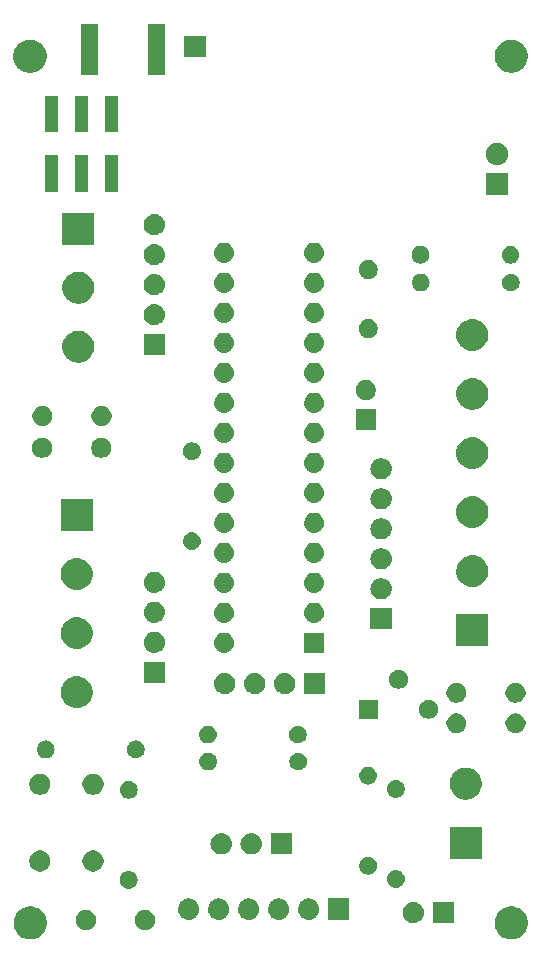
<source format=gbr>
%TF.GenerationSoftware,KiCad,Pcbnew,5.0.2-bee76a0~70~ubuntu18.04.1*%
%TF.CreationDate,2021-01-16T21:04:08-05:00*%
%TF.ProjectId,dippy,64697070-792e-46b6-9963-61645f706362,rev?*%
%TF.SameCoordinates,Original*%
%TF.FileFunction,Soldermask,Bot*%
%TF.FilePolarity,Negative*%
%FSLAX46Y46*%
G04 Gerber Fmt 4.6, Leading zero omitted, Abs format (unit mm)*
G04 Created by KiCad (PCBNEW 5.0.2-bee76a0~70~ubuntu18.04.1) date Sat 16 Jan 2021 09:04:08 PM EST*
%MOMM*%
%LPD*%
G01*
G04 APERTURE LIST*
%ADD10C,0.100000*%
G04 APERTURE END LIST*
D10*
G36*
X-87481567Y-73234893D02*
X-87391343Y-73252839D01*
X-87285733Y-73296585D01*
X-87136379Y-73358449D01*
X-86906911Y-73511774D01*
X-86711774Y-73706911D01*
X-86558449Y-73936379D01*
X-86505096Y-74065185D01*
X-86458457Y-74177779D01*
X-86452839Y-74191344D01*
X-86399000Y-74462012D01*
X-86399000Y-74737988D01*
X-86434893Y-74918433D01*
X-86452839Y-75008657D01*
X-86453816Y-75011015D01*
X-86558449Y-75263621D01*
X-86711774Y-75493089D01*
X-86906911Y-75688226D01*
X-87136379Y-75841551D01*
X-87285733Y-75903415D01*
X-87391343Y-75947161D01*
X-87481567Y-75965107D01*
X-87662012Y-76001000D01*
X-87937988Y-76001000D01*
X-88118433Y-75965107D01*
X-88208657Y-75947161D01*
X-88314267Y-75903415D01*
X-88463621Y-75841551D01*
X-88693089Y-75688226D01*
X-88888226Y-75493089D01*
X-89041551Y-75263621D01*
X-89146184Y-75011015D01*
X-89147161Y-75008657D01*
X-89165107Y-74918433D01*
X-89201000Y-74737988D01*
X-89201000Y-74462012D01*
X-89147161Y-74191344D01*
X-89141542Y-74177779D01*
X-89094904Y-74065185D01*
X-89041551Y-73936379D01*
X-88888226Y-73706911D01*
X-88693089Y-73511774D01*
X-88463621Y-73358449D01*
X-88314267Y-73296585D01*
X-88208657Y-73252839D01*
X-88118433Y-73234893D01*
X-87937988Y-73199000D01*
X-87662012Y-73199000D01*
X-87481567Y-73234893D01*
X-87481567Y-73234893D01*
G37*
G36*
X-128206567Y-73234893D02*
X-128116343Y-73252839D01*
X-128010733Y-73296585D01*
X-127861379Y-73358449D01*
X-127631911Y-73511774D01*
X-127436774Y-73706911D01*
X-127283449Y-73936379D01*
X-127230096Y-74065185D01*
X-127183457Y-74177779D01*
X-127177839Y-74191344D01*
X-127124000Y-74462012D01*
X-127124000Y-74737988D01*
X-127159893Y-74918433D01*
X-127177839Y-75008657D01*
X-127178816Y-75011015D01*
X-127283449Y-75263621D01*
X-127436774Y-75493089D01*
X-127631911Y-75688226D01*
X-127861379Y-75841551D01*
X-128010733Y-75903415D01*
X-128116343Y-75947161D01*
X-128206567Y-75965107D01*
X-128387012Y-76001000D01*
X-128662988Y-76001000D01*
X-128843433Y-75965107D01*
X-128933657Y-75947161D01*
X-129039267Y-75903415D01*
X-129188621Y-75841551D01*
X-129418089Y-75688226D01*
X-129613226Y-75493089D01*
X-129766551Y-75263621D01*
X-129871184Y-75011015D01*
X-129872161Y-75008657D01*
X-129890107Y-74918433D01*
X-129926000Y-74737988D01*
X-129926000Y-74462012D01*
X-129872161Y-74191344D01*
X-129866542Y-74177779D01*
X-129819904Y-74065185D01*
X-129766551Y-73936379D01*
X-129613226Y-73706911D01*
X-129418089Y-73511774D01*
X-129188621Y-73358449D01*
X-129039267Y-73296585D01*
X-128933657Y-73252839D01*
X-128843433Y-73234893D01*
X-128662988Y-73199000D01*
X-128387012Y-73199000D01*
X-128206567Y-73234893D01*
X-128206567Y-73234893D01*
G37*
G36*
X-123576772Y-73531703D02*
X-123421900Y-73595853D01*
X-123282519Y-73688985D01*
X-123163985Y-73807519D01*
X-123070853Y-73946900D01*
X-123006703Y-74101772D01*
X-122974000Y-74266184D01*
X-122974000Y-74433816D01*
X-123006703Y-74598228D01*
X-123070853Y-74753100D01*
X-123163985Y-74892481D01*
X-123282519Y-75011015D01*
X-123421900Y-75104147D01*
X-123576772Y-75168297D01*
X-123741184Y-75201000D01*
X-123908816Y-75201000D01*
X-124073228Y-75168297D01*
X-124228100Y-75104147D01*
X-124367481Y-75011015D01*
X-124486015Y-74892481D01*
X-124579147Y-74753100D01*
X-124643297Y-74598228D01*
X-124676000Y-74433816D01*
X-124676000Y-74266184D01*
X-124643297Y-74101772D01*
X-124579147Y-73946900D01*
X-124486015Y-73807519D01*
X-124367481Y-73688985D01*
X-124228100Y-73595853D01*
X-124073228Y-73531703D01*
X-123908816Y-73499000D01*
X-123741184Y-73499000D01*
X-123576772Y-73531703D01*
X-123576772Y-73531703D01*
G37*
G36*
X-118576772Y-73531703D02*
X-118421900Y-73595853D01*
X-118282519Y-73688985D01*
X-118163985Y-73807519D01*
X-118070853Y-73946900D01*
X-118006703Y-74101772D01*
X-117974000Y-74266184D01*
X-117974000Y-74433816D01*
X-118006703Y-74598228D01*
X-118070853Y-74753100D01*
X-118163985Y-74892481D01*
X-118282519Y-75011015D01*
X-118421900Y-75104147D01*
X-118576772Y-75168297D01*
X-118741184Y-75201000D01*
X-118908816Y-75201000D01*
X-119073228Y-75168297D01*
X-119228100Y-75104147D01*
X-119367481Y-75011015D01*
X-119486015Y-74892481D01*
X-119579147Y-74753100D01*
X-119643297Y-74598228D01*
X-119676000Y-74433816D01*
X-119676000Y-74266184D01*
X-119643297Y-74101772D01*
X-119579147Y-73946900D01*
X-119486015Y-73807519D01*
X-119367481Y-73688985D01*
X-119228100Y-73595853D01*
X-119073228Y-73531703D01*
X-118908816Y-73499000D01*
X-118741184Y-73499000D01*
X-118576772Y-73531703D01*
X-118576772Y-73531703D01*
G37*
G36*
X-92665000Y-74620000D02*
X-94467000Y-74620000D01*
X-94467000Y-72818000D01*
X-92665000Y-72818000D01*
X-92665000Y-74620000D01*
X-92665000Y-74620000D01*
G37*
G36*
X-95995558Y-72824518D02*
X-95929373Y-72831037D01*
X-95816147Y-72865384D01*
X-95759533Y-72882557D01*
X-95685725Y-72922009D01*
X-95603009Y-72966222D01*
X-95567271Y-72995552D01*
X-95465814Y-73078814D01*
X-95382552Y-73180271D01*
X-95353222Y-73216009D01*
X-95353221Y-73216011D01*
X-95269557Y-73372533D01*
X-95269557Y-73372534D01*
X-95218037Y-73542373D01*
X-95200641Y-73719000D01*
X-95218037Y-73895627D01*
X-95252384Y-74008853D01*
X-95269557Y-74065467D01*
X-95288963Y-74101772D01*
X-95353222Y-74221991D01*
X-95382552Y-74257729D01*
X-95465814Y-74359186D01*
X-95556752Y-74433816D01*
X-95603009Y-74471778D01*
X-95603011Y-74471779D01*
X-95759533Y-74555443D01*
X-95816147Y-74572616D01*
X-95929373Y-74606963D01*
X-95995557Y-74613481D01*
X-96061740Y-74620000D01*
X-96150260Y-74620000D01*
X-96216443Y-74613481D01*
X-96282627Y-74606963D01*
X-96395853Y-74572616D01*
X-96452467Y-74555443D01*
X-96608989Y-74471779D01*
X-96608991Y-74471778D01*
X-96655248Y-74433816D01*
X-96746186Y-74359186D01*
X-96829448Y-74257729D01*
X-96858778Y-74221991D01*
X-96923037Y-74101772D01*
X-96942443Y-74065467D01*
X-96959616Y-74008853D01*
X-96993963Y-73895627D01*
X-97011359Y-73719000D01*
X-96993963Y-73542373D01*
X-96942443Y-73372534D01*
X-96942443Y-73372533D01*
X-96858779Y-73216011D01*
X-96858778Y-73216009D01*
X-96829448Y-73180271D01*
X-96746186Y-73078814D01*
X-96644729Y-72995552D01*
X-96608991Y-72966222D01*
X-96526275Y-72922009D01*
X-96452467Y-72882557D01*
X-96395853Y-72865384D01*
X-96282627Y-72831037D01*
X-96216442Y-72824518D01*
X-96150260Y-72818000D01*
X-96061740Y-72818000D01*
X-95995558Y-72824518D01*
X-95995558Y-72824518D01*
G37*
G36*
X-115014557Y-72530519D02*
X-114948373Y-72537037D01*
X-114835147Y-72571384D01*
X-114778533Y-72588557D01*
X-114639913Y-72662652D01*
X-114622009Y-72672222D01*
X-114586271Y-72701552D01*
X-114484814Y-72784814D01*
X-114404600Y-72882557D01*
X-114372222Y-72922009D01*
X-114372221Y-72922011D01*
X-114288557Y-73078533D01*
X-114271384Y-73135147D01*
X-114237037Y-73248373D01*
X-114219641Y-73425000D01*
X-114237037Y-73601627D01*
X-114268975Y-73706914D01*
X-114288557Y-73771467D01*
X-114354922Y-73895625D01*
X-114372222Y-73927991D01*
X-114401552Y-73963729D01*
X-114484814Y-74065186D01*
X-114586271Y-74148448D01*
X-114622009Y-74177778D01*
X-114622011Y-74177779D01*
X-114778533Y-74261443D01*
X-114835147Y-74278616D01*
X-114948373Y-74312963D01*
X-115014558Y-74319482D01*
X-115080740Y-74326000D01*
X-115169260Y-74326000D01*
X-115235442Y-74319482D01*
X-115301627Y-74312963D01*
X-115414853Y-74278616D01*
X-115471467Y-74261443D01*
X-115627989Y-74177779D01*
X-115627991Y-74177778D01*
X-115663729Y-74148448D01*
X-115765186Y-74065186D01*
X-115848448Y-73963729D01*
X-115877778Y-73927991D01*
X-115895078Y-73895625D01*
X-115961443Y-73771467D01*
X-115981025Y-73706914D01*
X-116012963Y-73601627D01*
X-116030359Y-73425000D01*
X-116012963Y-73248373D01*
X-115978616Y-73135147D01*
X-115961443Y-73078533D01*
X-115877779Y-72922011D01*
X-115877778Y-72922009D01*
X-115845400Y-72882557D01*
X-115765186Y-72784814D01*
X-115663729Y-72701552D01*
X-115627991Y-72672222D01*
X-115610087Y-72662652D01*
X-115471467Y-72588557D01*
X-115414853Y-72571384D01*
X-115301627Y-72537037D01*
X-115235443Y-72530519D01*
X-115169260Y-72524000D01*
X-115080740Y-72524000D01*
X-115014557Y-72530519D01*
X-115014557Y-72530519D01*
G37*
G36*
X-109934557Y-72530519D02*
X-109868373Y-72537037D01*
X-109755147Y-72571384D01*
X-109698533Y-72588557D01*
X-109559913Y-72662652D01*
X-109542009Y-72672222D01*
X-109506271Y-72701552D01*
X-109404814Y-72784814D01*
X-109324600Y-72882557D01*
X-109292222Y-72922009D01*
X-109292221Y-72922011D01*
X-109208557Y-73078533D01*
X-109191384Y-73135147D01*
X-109157037Y-73248373D01*
X-109139641Y-73425000D01*
X-109157037Y-73601627D01*
X-109188975Y-73706914D01*
X-109208557Y-73771467D01*
X-109274922Y-73895625D01*
X-109292222Y-73927991D01*
X-109321552Y-73963729D01*
X-109404814Y-74065186D01*
X-109506271Y-74148448D01*
X-109542009Y-74177778D01*
X-109542011Y-74177779D01*
X-109698533Y-74261443D01*
X-109755147Y-74278616D01*
X-109868373Y-74312963D01*
X-109934558Y-74319482D01*
X-110000740Y-74326000D01*
X-110089260Y-74326000D01*
X-110155442Y-74319482D01*
X-110221627Y-74312963D01*
X-110334853Y-74278616D01*
X-110391467Y-74261443D01*
X-110547989Y-74177779D01*
X-110547991Y-74177778D01*
X-110583729Y-74148448D01*
X-110685186Y-74065186D01*
X-110768448Y-73963729D01*
X-110797778Y-73927991D01*
X-110815078Y-73895625D01*
X-110881443Y-73771467D01*
X-110901025Y-73706914D01*
X-110932963Y-73601627D01*
X-110950359Y-73425000D01*
X-110932963Y-73248373D01*
X-110898616Y-73135147D01*
X-110881443Y-73078533D01*
X-110797779Y-72922011D01*
X-110797778Y-72922009D01*
X-110765400Y-72882557D01*
X-110685186Y-72784814D01*
X-110583729Y-72701552D01*
X-110547991Y-72672222D01*
X-110530087Y-72662652D01*
X-110391467Y-72588557D01*
X-110334853Y-72571384D01*
X-110221627Y-72537037D01*
X-110155443Y-72530519D01*
X-110089260Y-72524000D01*
X-110000740Y-72524000D01*
X-109934557Y-72530519D01*
X-109934557Y-72530519D01*
G37*
G36*
X-107394557Y-72530519D02*
X-107328373Y-72537037D01*
X-107215147Y-72571384D01*
X-107158533Y-72588557D01*
X-107019913Y-72662652D01*
X-107002009Y-72672222D01*
X-106966271Y-72701552D01*
X-106864814Y-72784814D01*
X-106784600Y-72882557D01*
X-106752222Y-72922009D01*
X-106752221Y-72922011D01*
X-106668557Y-73078533D01*
X-106651384Y-73135147D01*
X-106617037Y-73248373D01*
X-106599641Y-73425000D01*
X-106617037Y-73601627D01*
X-106648975Y-73706914D01*
X-106668557Y-73771467D01*
X-106734922Y-73895625D01*
X-106752222Y-73927991D01*
X-106781552Y-73963729D01*
X-106864814Y-74065186D01*
X-106966271Y-74148448D01*
X-107002009Y-74177778D01*
X-107002011Y-74177779D01*
X-107158533Y-74261443D01*
X-107215147Y-74278616D01*
X-107328373Y-74312963D01*
X-107394558Y-74319482D01*
X-107460740Y-74326000D01*
X-107549260Y-74326000D01*
X-107615442Y-74319482D01*
X-107681627Y-74312963D01*
X-107794853Y-74278616D01*
X-107851467Y-74261443D01*
X-108007989Y-74177779D01*
X-108007991Y-74177778D01*
X-108043729Y-74148448D01*
X-108145186Y-74065186D01*
X-108228448Y-73963729D01*
X-108257778Y-73927991D01*
X-108275078Y-73895625D01*
X-108341443Y-73771467D01*
X-108361025Y-73706914D01*
X-108392963Y-73601627D01*
X-108410359Y-73425000D01*
X-108392963Y-73248373D01*
X-108358616Y-73135147D01*
X-108341443Y-73078533D01*
X-108257779Y-72922011D01*
X-108257778Y-72922009D01*
X-108225400Y-72882557D01*
X-108145186Y-72784814D01*
X-108043729Y-72701552D01*
X-108007991Y-72672222D01*
X-107990087Y-72662652D01*
X-107851467Y-72588557D01*
X-107794853Y-72571384D01*
X-107681627Y-72537037D01*
X-107615443Y-72530519D01*
X-107549260Y-72524000D01*
X-107460740Y-72524000D01*
X-107394557Y-72530519D01*
X-107394557Y-72530519D01*
G37*
G36*
X-112474557Y-72530519D02*
X-112408373Y-72537037D01*
X-112295147Y-72571384D01*
X-112238533Y-72588557D01*
X-112099913Y-72662652D01*
X-112082009Y-72672222D01*
X-112046271Y-72701552D01*
X-111944814Y-72784814D01*
X-111864600Y-72882557D01*
X-111832222Y-72922009D01*
X-111832221Y-72922011D01*
X-111748557Y-73078533D01*
X-111731384Y-73135147D01*
X-111697037Y-73248373D01*
X-111679641Y-73425000D01*
X-111697037Y-73601627D01*
X-111728975Y-73706914D01*
X-111748557Y-73771467D01*
X-111814922Y-73895625D01*
X-111832222Y-73927991D01*
X-111861552Y-73963729D01*
X-111944814Y-74065186D01*
X-112046271Y-74148448D01*
X-112082009Y-74177778D01*
X-112082011Y-74177779D01*
X-112238533Y-74261443D01*
X-112295147Y-74278616D01*
X-112408373Y-74312963D01*
X-112474558Y-74319482D01*
X-112540740Y-74326000D01*
X-112629260Y-74326000D01*
X-112695442Y-74319482D01*
X-112761627Y-74312963D01*
X-112874853Y-74278616D01*
X-112931467Y-74261443D01*
X-113087989Y-74177779D01*
X-113087991Y-74177778D01*
X-113123729Y-74148448D01*
X-113225186Y-74065186D01*
X-113308448Y-73963729D01*
X-113337778Y-73927991D01*
X-113355078Y-73895625D01*
X-113421443Y-73771467D01*
X-113441025Y-73706914D01*
X-113472963Y-73601627D01*
X-113490359Y-73425000D01*
X-113472963Y-73248373D01*
X-113438616Y-73135147D01*
X-113421443Y-73078533D01*
X-113337779Y-72922011D01*
X-113337778Y-72922009D01*
X-113305400Y-72882557D01*
X-113225186Y-72784814D01*
X-113123729Y-72701552D01*
X-113087991Y-72672222D01*
X-113070087Y-72662652D01*
X-112931467Y-72588557D01*
X-112874853Y-72571384D01*
X-112761627Y-72537037D01*
X-112695443Y-72530519D01*
X-112629260Y-72524000D01*
X-112540740Y-72524000D01*
X-112474557Y-72530519D01*
X-112474557Y-72530519D01*
G37*
G36*
X-104854557Y-72530519D02*
X-104788373Y-72537037D01*
X-104675147Y-72571384D01*
X-104618533Y-72588557D01*
X-104479913Y-72662652D01*
X-104462009Y-72672222D01*
X-104426271Y-72701552D01*
X-104324814Y-72784814D01*
X-104244600Y-72882557D01*
X-104212222Y-72922009D01*
X-104212221Y-72922011D01*
X-104128557Y-73078533D01*
X-104111384Y-73135147D01*
X-104077037Y-73248373D01*
X-104059641Y-73425000D01*
X-104077037Y-73601627D01*
X-104108975Y-73706914D01*
X-104128557Y-73771467D01*
X-104194922Y-73895625D01*
X-104212222Y-73927991D01*
X-104241552Y-73963729D01*
X-104324814Y-74065186D01*
X-104426271Y-74148448D01*
X-104462009Y-74177778D01*
X-104462011Y-74177779D01*
X-104618533Y-74261443D01*
X-104675147Y-74278616D01*
X-104788373Y-74312963D01*
X-104854558Y-74319482D01*
X-104920740Y-74326000D01*
X-105009260Y-74326000D01*
X-105075442Y-74319482D01*
X-105141627Y-74312963D01*
X-105254853Y-74278616D01*
X-105311467Y-74261443D01*
X-105467989Y-74177779D01*
X-105467991Y-74177778D01*
X-105503729Y-74148448D01*
X-105605186Y-74065186D01*
X-105688448Y-73963729D01*
X-105717778Y-73927991D01*
X-105735078Y-73895625D01*
X-105801443Y-73771467D01*
X-105821025Y-73706914D01*
X-105852963Y-73601627D01*
X-105870359Y-73425000D01*
X-105852963Y-73248373D01*
X-105818616Y-73135147D01*
X-105801443Y-73078533D01*
X-105717779Y-72922011D01*
X-105717778Y-72922009D01*
X-105685400Y-72882557D01*
X-105605186Y-72784814D01*
X-105503729Y-72701552D01*
X-105467991Y-72672222D01*
X-105450087Y-72662652D01*
X-105311467Y-72588557D01*
X-105254853Y-72571384D01*
X-105141627Y-72537037D01*
X-105075443Y-72530519D01*
X-105009260Y-72524000D01*
X-104920740Y-72524000D01*
X-104854557Y-72530519D01*
X-104854557Y-72530519D01*
G37*
G36*
X-101524000Y-74326000D02*
X-103326000Y-74326000D01*
X-103326000Y-72524000D01*
X-101524000Y-72524000D01*
X-101524000Y-74326000D01*
X-101524000Y-74326000D01*
G37*
G36*
X-120126335Y-70197622D02*
X-120052778Y-70204867D01*
X-119911214Y-70247810D01*
X-119780748Y-70317546D01*
X-119666394Y-70411394D01*
X-119572546Y-70525748D01*
X-119502810Y-70656214D01*
X-119459867Y-70797778D01*
X-119445367Y-70945000D01*
X-119459867Y-71092222D01*
X-119502810Y-71233786D01*
X-119572546Y-71364252D01*
X-119666394Y-71478606D01*
X-119780748Y-71572454D01*
X-119911214Y-71642190D01*
X-120052778Y-71685133D01*
X-120126335Y-71692378D01*
X-120163112Y-71696000D01*
X-120236888Y-71696000D01*
X-120273665Y-71692378D01*
X-120347222Y-71685133D01*
X-120488786Y-71642190D01*
X-120619252Y-71572454D01*
X-120733606Y-71478606D01*
X-120827454Y-71364252D01*
X-120897190Y-71233786D01*
X-120940133Y-71092222D01*
X-120954633Y-70945000D01*
X-120940133Y-70797778D01*
X-120897190Y-70656214D01*
X-120827454Y-70525748D01*
X-120733606Y-70411394D01*
X-120619252Y-70317546D01*
X-120488786Y-70247810D01*
X-120347222Y-70204867D01*
X-120273665Y-70197622D01*
X-120236888Y-70194000D01*
X-120163112Y-70194000D01*
X-120126335Y-70197622D01*
X-120126335Y-70197622D01*
G37*
G36*
X-97506335Y-70122622D02*
X-97432778Y-70129867D01*
X-97291214Y-70172810D01*
X-97160748Y-70242546D01*
X-97046394Y-70336394D01*
X-96952546Y-70450748D01*
X-96882810Y-70581214D01*
X-96839867Y-70722778D01*
X-96825367Y-70870000D01*
X-96839867Y-71017222D01*
X-96882810Y-71158786D01*
X-96952546Y-71289252D01*
X-97046394Y-71403606D01*
X-97160748Y-71497454D01*
X-97291214Y-71567190D01*
X-97432778Y-71610133D01*
X-97506335Y-71617378D01*
X-97543112Y-71621000D01*
X-97616888Y-71621000D01*
X-97653665Y-71617378D01*
X-97727222Y-71610133D01*
X-97868786Y-71567190D01*
X-97999252Y-71497454D01*
X-98113606Y-71403606D01*
X-98207454Y-71289252D01*
X-98277190Y-71158786D01*
X-98320133Y-71017222D01*
X-98334633Y-70870000D01*
X-98320133Y-70722778D01*
X-98277190Y-70581214D01*
X-98207454Y-70450748D01*
X-98113606Y-70336394D01*
X-97999252Y-70242546D01*
X-97868786Y-70172810D01*
X-97727222Y-70129867D01*
X-97653665Y-70122622D01*
X-97616888Y-70119000D01*
X-97543112Y-70119000D01*
X-97506335Y-70122622D01*
X-97506335Y-70122622D01*
G37*
G36*
X-99797996Y-69010544D02*
X-99710941Y-69027860D01*
X-99574268Y-69084472D01*
X-99574267Y-69084473D01*
X-99451262Y-69166662D01*
X-99346662Y-69271262D01*
X-99346660Y-69271265D01*
X-99264472Y-69394268D01*
X-99207860Y-69530941D01*
X-99179000Y-69676033D01*
X-99179000Y-69823967D01*
X-99207860Y-69969059D01*
X-99264472Y-70105732D01*
X-99339070Y-70217376D01*
X-99346662Y-70228738D01*
X-99451262Y-70333338D01*
X-99451265Y-70333340D01*
X-99574268Y-70415528D01*
X-99710941Y-70472140D01*
X-99797996Y-70489456D01*
X-99856031Y-70501000D01*
X-100003969Y-70501000D01*
X-100062004Y-70489456D01*
X-100149059Y-70472140D01*
X-100285732Y-70415528D01*
X-100408735Y-70333340D01*
X-100408738Y-70333338D01*
X-100513338Y-70228738D01*
X-100520930Y-70217376D01*
X-100595528Y-70105732D01*
X-100652140Y-69969059D01*
X-100681000Y-69823967D01*
X-100681000Y-69676033D01*
X-100652140Y-69530941D01*
X-100595528Y-69394268D01*
X-100513340Y-69271265D01*
X-100513338Y-69271262D01*
X-100408738Y-69166662D01*
X-100285733Y-69084473D01*
X-100285732Y-69084472D01*
X-100149059Y-69027860D01*
X-100062004Y-69010544D01*
X-100003969Y-68999000D01*
X-99856031Y-68999000D01*
X-99797996Y-69010544D01*
X-99797996Y-69010544D01*
G37*
G36*
X-127457188Y-68484624D02*
X-127293216Y-68552544D01*
X-127145646Y-68651147D01*
X-127020147Y-68776646D01*
X-126921544Y-68924216D01*
X-126853624Y-69088188D01*
X-126819000Y-69262259D01*
X-126819000Y-69439741D01*
X-126853624Y-69613812D01*
X-126921544Y-69777784D01*
X-127020147Y-69925354D01*
X-127145646Y-70050853D01*
X-127293216Y-70149456D01*
X-127457188Y-70217376D01*
X-127631259Y-70252000D01*
X-127808741Y-70252000D01*
X-127982812Y-70217376D01*
X-128146784Y-70149456D01*
X-128294354Y-70050853D01*
X-128419853Y-69925354D01*
X-128518456Y-69777784D01*
X-128586376Y-69613812D01*
X-128621000Y-69439741D01*
X-128621000Y-69262259D01*
X-128586376Y-69088188D01*
X-128518456Y-68924216D01*
X-128419853Y-68776646D01*
X-128294354Y-68651147D01*
X-128146784Y-68552544D01*
X-127982812Y-68484624D01*
X-127808741Y-68450000D01*
X-127631259Y-68450000D01*
X-127457188Y-68484624D01*
X-127457188Y-68484624D01*
G37*
G36*
X-122957188Y-68484624D02*
X-122793216Y-68552544D01*
X-122645646Y-68651147D01*
X-122520147Y-68776646D01*
X-122421544Y-68924216D01*
X-122353624Y-69088188D01*
X-122319000Y-69262259D01*
X-122319000Y-69439741D01*
X-122353624Y-69613812D01*
X-122421544Y-69777784D01*
X-122520147Y-69925354D01*
X-122645646Y-70050853D01*
X-122793216Y-70149456D01*
X-122957188Y-70217376D01*
X-123131259Y-70252000D01*
X-123308741Y-70252000D01*
X-123482812Y-70217376D01*
X-123646784Y-70149456D01*
X-123794354Y-70050853D01*
X-123919853Y-69925354D01*
X-124018456Y-69777784D01*
X-124086376Y-69613812D01*
X-124121000Y-69439741D01*
X-124121000Y-69262259D01*
X-124086376Y-69088188D01*
X-124018456Y-68924216D01*
X-123919853Y-68776646D01*
X-123794354Y-68651147D01*
X-123646784Y-68552544D01*
X-123482812Y-68484624D01*
X-123308741Y-68450000D01*
X-123131259Y-68450000D01*
X-122957188Y-68484624D01*
X-122957188Y-68484624D01*
G37*
G36*
X-90309000Y-69151000D02*
X-93011000Y-69151000D01*
X-93011000Y-66449000D01*
X-90309000Y-66449000D01*
X-90309000Y-69151000D01*
X-90309000Y-69151000D01*
G37*
G36*
X-112255557Y-67002519D02*
X-112189373Y-67009037D01*
X-112076147Y-67043384D01*
X-112019533Y-67060557D01*
X-111880913Y-67134652D01*
X-111863009Y-67144222D01*
X-111827271Y-67173552D01*
X-111725814Y-67256814D01*
X-111642552Y-67358271D01*
X-111613222Y-67394009D01*
X-111613221Y-67394011D01*
X-111529557Y-67550533D01*
X-111529557Y-67550534D01*
X-111478037Y-67720373D01*
X-111460641Y-67897000D01*
X-111478037Y-68073627D01*
X-111512384Y-68186853D01*
X-111529557Y-68243467D01*
X-111603652Y-68382087D01*
X-111613222Y-68399991D01*
X-111642552Y-68435729D01*
X-111725814Y-68537186D01*
X-111827271Y-68620448D01*
X-111863009Y-68649778D01*
X-111863011Y-68649779D01*
X-112019533Y-68733443D01*
X-112076147Y-68750616D01*
X-112189373Y-68784963D01*
X-112255557Y-68791481D01*
X-112321740Y-68798000D01*
X-112410260Y-68798000D01*
X-112476443Y-68791481D01*
X-112542627Y-68784963D01*
X-112655853Y-68750616D01*
X-112712467Y-68733443D01*
X-112868989Y-68649779D01*
X-112868991Y-68649778D01*
X-112904729Y-68620448D01*
X-113006186Y-68537186D01*
X-113089448Y-68435729D01*
X-113118778Y-68399991D01*
X-113128348Y-68382087D01*
X-113202443Y-68243467D01*
X-113219616Y-68186853D01*
X-113253963Y-68073627D01*
X-113271359Y-67897000D01*
X-113253963Y-67720373D01*
X-113202443Y-67550534D01*
X-113202443Y-67550533D01*
X-113118779Y-67394011D01*
X-113118778Y-67394009D01*
X-113089448Y-67358271D01*
X-113006186Y-67256814D01*
X-112904729Y-67173552D01*
X-112868991Y-67144222D01*
X-112851087Y-67134652D01*
X-112712467Y-67060557D01*
X-112655853Y-67043384D01*
X-112542627Y-67009037D01*
X-112476443Y-67002519D01*
X-112410260Y-66996000D01*
X-112321740Y-66996000D01*
X-112255557Y-67002519D01*
X-112255557Y-67002519D01*
G37*
G36*
X-109715557Y-67002519D02*
X-109649373Y-67009037D01*
X-109536147Y-67043384D01*
X-109479533Y-67060557D01*
X-109340913Y-67134652D01*
X-109323009Y-67144222D01*
X-109287271Y-67173552D01*
X-109185814Y-67256814D01*
X-109102552Y-67358271D01*
X-109073222Y-67394009D01*
X-109073221Y-67394011D01*
X-108989557Y-67550533D01*
X-108989557Y-67550534D01*
X-108938037Y-67720373D01*
X-108920641Y-67897000D01*
X-108938037Y-68073627D01*
X-108972384Y-68186853D01*
X-108989557Y-68243467D01*
X-109063652Y-68382087D01*
X-109073222Y-68399991D01*
X-109102552Y-68435729D01*
X-109185814Y-68537186D01*
X-109287271Y-68620448D01*
X-109323009Y-68649778D01*
X-109323011Y-68649779D01*
X-109479533Y-68733443D01*
X-109536147Y-68750616D01*
X-109649373Y-68784963D01*
X-109715557Y-68791481D01*
X-109781740Y-68798000D01*
X-109870260Y-68798000D01*
X-109936443Y-68791481D01*
X-110002627Y-68784963D01*
X-110115853Y-68750616D01*
X-110172467Y-68733443D01*
X-110328989Y-68649779D01*
X-110328991Y-68649778D01*
X-110364729Y-68620448D01*
X-110466186Y-68537186D01*
X-110549448Y-68435729D01*
X-110578778Y-68399991D01*
X-110588348Y-68382087D01*
X-110662443Y-68243467D01*
X-110679616Y-68186853D01*
X-110713963Y-68073627D01*
X-110731359Y-67897000D01*
X-110713963Y-67720373D01*
X-110662443Y-67550534D01*
X-110662443Y-67550533D01*
X-110578779Y-67394011D01*
X-110578778Y-67394009D01*
X-110549448Y-67358271D01*
X-110466186Y-67256814D01*
X-110364729Y-67173552D01*
X-110328991Y-67144222D01*
X-110311087Y-67134652D01*
X-110172467Y-67060557D01*
X-110115853Y-67043384D01*
X-110002627Y-67009037D01*
X-109936443Y-67002519D01*
X-109870260Y-66996000D01*
X-109781740Y-66996000D01*
X-109715557Y-67002519D01*
X-109715557Y-67002519D01*
G37*
G36*
X-106385000Y-68798000D02*
X-108187000Y-68798000D01*
X-108187000Y-66996000D01*
X-106385000Y-66996000D01*
X-106385000Y-68798000D01*
X-106385000Y-68798000D01*
G37*
G36*
X-91478645Y-61458606D02*
X-91265928Y-61500918D01*
X-91020061Y-61602759D01*
X-90799536Y-61750110D01*
X-90798785Y-61750612D01*
X-90610612Y-61938785D01*
X-90610610Y-61938788D01*
X-90462759Y-62160061D01*
X-90360918Y-62405928D01*
X-90357280Y-62424216D01*
X-90309000Y-62666937D01*
X-90309000Y-62933063D01*
X-90316202Y-62969268D01*
X-90360918Y-63194072D01*
X-90462759Y-63439939D01*
X-90573540Y-63605733D01*
X-90610612Y-63661215D01*
X-90798785Y-63849388D01*
X-90798788Y-63849390D01*
X-91020061Y-63997241D01*
X-91265928Y-64099082D01*
X-91396433Y-64125041D01*
X-91526937Y-64151000D01*
X-91793063Y-64151000D01*
X-91923567Y-64125041D01*
X-92054072Y-64099082D01*
X-92299939Y-63997241D01*
X-92521212Y-63849390D01*
X-92521215Y-63849388D01*
X-92709388Y-63661215D01*
X-92746460Y-63605733D01*
X-92857241Y-63439939D01*
X-92959082Y-63194072D01*
X-93003798Y-62969268D01*
X-93011000Y-62933063D01*
X-93011000Y-62666937D01*
X-92962720Y-62424216D01*
X-92959082Y-62405928D01*
X-92857241Y-62160061D01*
X-92709390Y-61938788D01*
X-92709388Y-61938785D01*
X-92521215Y-61750612D01*
X-92520464Y-61750110D01*
X-92299939Y-61602759D01*
X-92054072Y-61500918D01*
X-91841355Y-61458606D01*
X-91793063Y-61449000D01*
X-91526937Y-61449000D01*
X-91478645Y-61458606D01*
X-91478645Y-61458606D01*
G37*
G36*
X-120067996Y-62585544D02*
X-119980941Y-62602860D01*
X-119844268Y-62659472D01*
X-119722921Y-62740554D01*
X-119721262Y-62741662D01*
X-119616662Y-62846262D01*
X-119616660Y-62846265D01*
X-119534472Y-62969268D01*
X-119477860Y-63105941D01*
X-119463919Y-63176031D01*
X-119449000Y-63251031D01*
X-119449000Y-63398969D01*
X-119454249Y-63425357D01*
X-119477860Y-63544059D01*
X-119534472Y-63680732D01*
X-119534473Y-63680733D01*
X-119616662Y-63803738D01*
X-119721262Y-63908338D01*
X-119721265Y-63908340D01*
X-119844268Y-63990528D01*
X-119980941Y-64047140D01*
X-120067996Y-64064456D01*
X-120126031Y-64076000D01*
X-120273969Y-64076000D01*
X-120332004Y-64064456D01*
X-120419059Y-64047140D01*
X-120555732Y-63990528D01*
X-120678735Y-63908340D01*
X-120678738Y-63908338D01*
X-120783338Y-63803738D01*
X-120865527Y-63680733D01*
X-120865528Y-63680732D01*
X-120922140Y-63544059D01*
X-120945751Y-63425357D01*
X-120951000Y-63398969D01*
X-120951000Y-63251031D01*
X-120936081Y-63176031D01*
X-120922140Y-63105941D01*
X-120865528Y-62969268D01*
X-120783340Y-62846265D01*
X-120783338Y-62846262D01*
X-120678738Y-62741662D01*
X-120677079Y-62740554D01*
X-120555732Y-62659472D01*
X-120419059Y-62602860D01*
X-120332004Y-62585544D01*
X-120273969Y-62574000D01*
X-120126031Y-62574000D01*
X-120067996Y-62585544D01*
X-120067996Y-62585544D01*
G37*
G36*
X-97447996Y-62510544D02*
X-97360941Y-62527860D01*
X-97224268Y-62584472D01*
X-97112023Y-62659472D01*
X-97101262Y-62666662D01*
X-96996662Y-62771262D01*
X-96996660Y-62771265D01*
X-96914472Y-62894268D01*
X-96857860Y-63030941D01*
X-96829000Y-63176033D01*
X-96829000Y-63323967D01*
X-96857860Y-63469059D01*
X-96914472Y-63605732D01*
X-96989070Y-63717376D01*
X-96996662Y-63728738D01*
X-97101262Y-63833338D01*
X-97101265Y-63833340D01*
X-97224268Y-63915528D01*
X-97360941Y-63972140D01*
X-97447996Y-63989456D01*
X-97506031Y-64001000D01*
X-97653969Y-64001000D01*
X-97712004Y-63989456D01*
X-97799059Y-63972140D01*
X-97935732Y-63915528D01*
X-98058735Y-63833340D01*
X-98058738Y-63833338D01*
X-98163338Y-63728738D01*
X-98170930Y-63717376D01*
X-98245528Y-63605732D01*
X-98302140Y-63469059D01*
X-98331000Y-63323967D01*
X-98331000Y-63176033D01*
X-98302140Y-63030941D01*
X-98245528Y-62894268D01*
X-98163340Y-62771265D01*
X-98163338Y-62771262D01*
X-98058738Y-62666662D01*
X-98047977Y-62659472D01*
X-97935732Y-62584472D01*
X-97799059Y-62527860D01*
X-97712004Y-62510544D01*
X-97653969Y-62499000D01*
X-97506031Y-62499000D01*
X-97447996Y-62510544D01*
X-97447996Y-62510544D01*
G37*
G36*
X-127457188Y-61984624D02*
X-127293216Y-62052544D01*
X-127145646Y-62151147D01*
X-127020147Y-62276646D01*
X-126921544Y-62424216D01*
X-126853624Y-62588188D01*
X-126819000Y-62762259D01*
X-126819000Y-62939741D01*
X-126853624Y-63113812D01*
X-126921544Y-63277784D01*
X-127020147Y-63425354D01*
X-127145646Y-63550853D01*
X-127293216Y-63649456D01*
X-127457188Y-63717376D01*
X-127631259Y-63752000D01*
X-127808741Y-63752000D01*
X-127982812Y-63717376D01*
X-128146784Y-63649456D01*
X-128294354Y-63550853D01*
X-128419853Y-63425354D01*
X-128518456Y-63277784D01*
X-128586376Y-63113812D01*
X-128621000Y-62939741D01*
X-128621000Y-62762259D01*
X-128586376Y-62588188D01*
X-128518456Y-62424216D01*
X-128419853Y-62276646D01*
X-128294354Y-62151147D01*
X-128146784Y-62052544D01*
X-127982812Y-61984624D01*
X-127808741Y-61950000D01*
X-127631259Y-61950000D01*
X-127457188Y-61984624D01*
X-127457188Y-61984624D01*
G37*
G36*
X-122957188Y-61984624D02*
X-122793216Y-62052544D01*
X-122645646Y-62151147D01*
X-122520147Y-62276646D01*
X-122421544Y-62424216D01*
X-122353624Y-62588188D01*
X-122319000Y-62762259D01*
X-122319000Y-62939741D01*
X-122353624Y-63113812D01*
X-122421544Y-63277784D01*
X-122520147Y-63425354D01*
X-122645646Y-63550853D01*
X-122793216Y-63649456D01*
X-122957188Y-63717376D01*
X-123131259Y-63752000D01*
X-123308741Y-63752000D01*
X-123482812Y-63717376D01*
X-123646784Y-63649456D01*
X-123794354Y-63550853D01*
X-123919853Y-63425354D01*
X-124018456Y-63277784D01*
X-124086376Y-63113812D01*
X-124121000Y-62939741D01*
X-124121000Y-62762259D01*
X-124086376Y-62588188D01*
X-124018456Y-62424216D01*
X-123919853Y-62276646D01*
X-123794354Y-62151147D01*
X-123646784Y-62052544D01*
X-123482812Y-61984624D01*
X-123308741Y-61950000D01*
X-123131259Y-61950000D01*
X-122957188Y-61984624D01*
X-122957188Y-61984624D01*
G37*
G36*
X-99856335Y-61382622D02*
X-99782778Y-61389867D01*
X-99641214Y-61432810D01*
X-99510748Y-61502546D01*
X-99396394Y-61596394D01*
X-99302546Y-61710748D01*
X-99232810Y-61841214D01*
X-99189867Y-61982778D01*
X-99175367Y-62130000D01*
X-99189867Y-62277222D01*
X-99232810Y-62418786D01*
X-99302546Y-62549252D01*
X-99396394Y-62663606D01*
X-99510748Y-62757454D01*
X-99641214Y-62827190D01*
X-99782778Y-62870133D01*
X-99856335Y-62877378D01*
X-99893112Y-62881000D01*
X-99966888Y-62881000D01*
X-100003665Y-62877378D01*
X-100077222Y-62870133D01*
X-100218786Y-62827190D01*
X-100349252Y-62757454D01*
X-100463606Y-62663606D01*
X-100557454Y-62549252D01*
X-100627190Y-62418786D01*
X-100670133Y-62277222D01*
X-100684633Y-62130000D01*
X-100670133Y-61982778D01*
X-100627190Y-61841214D01*
X-100557454Y-61710748D01*
X-100463606Y-61596394D01*
X-100349252Y-61502546D01*
X-100218786Y-61432810D01*
X-100077222Y-61389867D01*
X-100003665Y-61382622D01*
X-99966888Y-61379000D01*
X-99893112Y-61379000D01*
X-99856335Y-61382622D01*
X-99856335Y-61382622D01*
G37*
G36*
X-105721400Y-60184867D02*
X-105630941Y-60202860D01*
X-105494268Y-60259472D01*
X-105372921Y-60340554D01*
X-105371262Y-60341662D01*
X-105266662Y-60446262D01*
X-105266660Y-60446265D01*
X-105184472Y-60569268D01*
X-105127860Y-60705941D01*
X-105099000Y-60851033D01*
X-105099000Y-60998967D01*
X-105127860Y-61144059D01*
X-105184472Y-61280732D01*
X-105250133Y-61379000D01*
X-105266662Y-61403738D01*
X-105371262Y-61508338D01*
X-105371265Y-61508340D01*
X-105494268Y-61590528D01*
X-105630941Y-61647140D01*
X-105717996Y-61664456D01*
X-105776031Y-61676000D01*
X-105923969Y-61676000D01*
X-105982004Y-61664456D01*
X-106069059Y-61647140D01*
X-106205732Y-61590528D01*
X-106328735Y-61508340D01*
X-106328738Y-61508338D01*
X-106433338Y-61403738D01*
X-106449867Y-61379000D01*
X-106515528Y-61280732D01*
X-106572140Y-61144059D01*
X-106601000Y-60998967D01*
X-106601000Y-60851033D01*
X-106572140Y-60705941D01*
X-106515528Y-60569268D01*
X-106433340Y-60446265D01*
X-106433338Y-60446262D01*
X-106328738Y-60341662D01*
X-106327079Y-60340554D01*
X-106205732Y-60259472D01*
X-106069059Y-60202860D01*
X-105978600Y-60184867D01*
X-105923969Y-60174000D01*
X-105776031Y-60174000D01*
X-105721400Y-60184867D01*
X-105721400Y-60184867D01*
G37*
G36*
X-113396335Y-60177622D02*
X-113322778Y-60184867D01*
X-113181214Y-60227810D01*
X-113050748Y-60297546D01*
X-112936394Y-60391394D01*
X-112842546Y-60505748D01*
X-112772810Y-60636214D01*
X-112729867Y-60777778D01*
X-112715367Y-60925000D01*
X-112729867Y-61072222D01*
X-112772810Y-61213786D01*
X-112842546Y-61344252D01*
X-112936394Y-61458606D01*
X-113050748Y-61552454D01*
X-113181214Y-61622190D01*
X-113322778Y-61665133D01*
X-113396335Y-61672378D01*
X-113433112Y-61676000D01*
X-113506888Y-61676000D01*
X-113543665Y-61672378D01*
X-113617222Y-61665133D01*
X-113758786Y-61622190D01*
X-113889252Y-61552454D01*
X-114003606Y-61458606D01*
X-114097454Y-61344252D01*
X-114167190Y-61213786D01*
X-114210133Y-61072222D01*
X-114224633Y-60925000D01*
X-114210133Y-60777778D01*
X-114167190Y-60636214D01*
X-114097454Y-60505748D01*
X-114003606Y-60391394D01*
X-113889252Y-60297546D01*
X-113758786Y-60227810D01*
X-113617222Y-60184867D01*
X-113543665Y-60177622D01*
X-113506888Y-60174000D01*
X-113433112Y-60174000D01*
X-113396335Y-60177622D01*
X-113396335Y-60177622D01*
G37*
G36*
X-127146335Y-59152622D02*
X-127072778Y-59159867D01*
X-126931214Y-59202810D01*
X-126800748Y-59272546D01*
X-126686394Y-59366394D01*
X-126592546Y-59480748D01*
X-126522810Y-59611214D01*
X-126479867Y-59752778D01*
X-126465367Y-59900000D01*
X-126479867Y-60047222D01*
X-126522810Y-60188786D01*
X-126592546Y-60319252D01*
X-126686394Y-60433606D01*
X-126800748Y-60527454D01*
X-126931214Y-60597190D01*
X-127072778Y-60640133D01*
X-127146335Y-60647378D01*
X-127183112Y-60651000D01*
X-127256888Y-60651000D01*
X-127293665Y-60647378D01*
X-127367222Y-60640133D01*
X-127508786Y-60597190D01*
X-127639252Y-60527454D01*
X-127753606Y-60433606D01*
X-127847454Y-60319252D01*
X-127917190Y-60188786D01*
X-127960133Y-60047222D01*
X-127974633Y-59900000D01*
X-127960133Y-59752778D01*
X-127917190Y-59611214D01*
X-127847454Y-59480748D01*
X-127753606Y-59366394D01*
X-127639252Y-59272546D01*
X-127508786Y-59202810D01*
X-127367222Y-59159867D01*
X-127293665Y-59152622D01*
X-127256888Y-59149000D01*
X-127183112Y-59149000D01*
X-127146335Y-59152622D01*
X-127146335Y-59152622D01*
G37*
G36*
X-119471400Y-59159867D02*
X-119380941Y-59177860D01*
X-119244268Y-59234472D01*
X-119179941Y-59277454D01*
X-119121262Y-59316662D01*
X-119016662Y-59421262D01*
X-119016660Y-59421265D01*
X-118934472Y-59544268D01*
X-118877860Y-59680941D01*
X-118849000Y-59826033D01*
X-118849000Y-59973967D01*
X-118877860Y-60119059D01*
X-118934472Y-60255732D01*
X-118991887Y-60341660D01*
X-119016662Y-60378738D01*
X-119121262Y-60483338D01*
X-119121265Y-60483340D01*
X-119244268Y-60565528D01*
X-119380941Y-60622140D01*
X-119467996Y-60639456D01*
X-119526031Y-60651000D01*
X-119673969Y-60651000D01*
X-119732004Y-60639456D01*
X-119819059Y-60622140D01*
X-119955732Y-60565528D01*
X-120078735Y-60483340D01*
X-120078738Y-60483338D01*
X-120183338Y-60378738D01*
X-120208113Y-60341660D01*
X-120265528Y-60255732D01*
X-120322140Y-60119059D01*
X-120351000Y-59973967D01*
X-120351000Y-59826033D01*
X-120322140Y-59680941D01*
X-120265528Y-59544268D01*
X-120183340Y-59421265D01*
X-120183338Y-59421262D01*
X-120078738Y-59316662D01*
X-120020059Y-59277454D01*
X-119955732Y-59234472D01*
X-119819059Y-59177860D01*
X-119728600Y-59159867D01*
X-119673969Y-59149000D01*
X-119526031Y-59149000D01*
X-119471400Y-59159867D01*
X-119471400Y-59159867D01*
G37*
G36*
X-105746400Y-57909867D02*
X-105655941Y-57927860D01*
X-105519268Y-57984472D01*
X-105462285Y-58022547D01*
X-105396262Y-58066662D01*
X-105291662Y-58171262D01*
X-105291660Y-58171265D01*
X-105209472Y-58294268D01*
X-105152860Y-58430941D01*
X-105124000Y-58576033D01*
X-105124000Y-58723967D01*
X-105152860Y-58869059D01*
X-105209472Y-59005732D01*
X-105290554Y-59127079D01*
X-105291662Y-59128738D01*
X-105396262Y-59233338D01*
X-105396265Y-59233340D01*
X-105519268Y-59315528D01*
X-105655941Y-59372140D01*
X-105742996Y-59389456D01*
X-105801031Y-59401000D01*
X-105948969Y-59401000D01*
X-106007004Y-59389456D01*
X-106094059Y-59372140D01*
X-106230732Y-59315528D01*
X-106353735Y-59233340D01*
X-106353738Y-59233338D01*
X-106458338Y-59128738D01*
X-106459446Y-59127079D01*
X-106540528Y-59005732D01*
X-106597140Y-58869059D01*
X-106626000Y-58723967D01*
X-106626000Y-58576033D01*
X-106597140Y-58430941D01*
X-106540528Y-58294268D01*
X-106458340Y-58171265D01*
X-106458338Y-58171262D01*
X-106353738Y-58066662D01*
X-106287715Y-58022547D01*
X-106230732Y-57984472D01*
X-106094059Y-57927860D01*
X-106003600Y-57909867D01*
X-105948969Y-57899000D01*
X-105801031Y-57899000D01*
X-105746400Y-57909867D01*
X-105746400Y-57909867D01*
G37*
G36*
X-113421335Y-57902622D02*
X-113347778Y-57909867D01*
X-113206214Y-57952810D01*
X-113075748Y-58022546D01*
X-112961394Y-58116394D01*
X-112867546Y-58230748D01*
X-112797810Y-58361214D01*
X-112754867Y-58502778D01*
X-112740367Y-58650000D01*
X-112754867Y-58797222D01*
X-112797810Y-58938786D01*
X-112867546Y-59069252D01*
X-112961394Y-59183606D01*
X-113075748Y-59277454D01*
X-113206214Y-59347190D01*
X-113347778Y-59390133D01*
X-113421335Y-59397378D01*
X-113458112Y-59401000D01*
X-113531888Y-59401000D01*
X-113568665Y-59397378D01*
X-113642222Y-59390133D01*
X-113783786Y-59347190D01*
X-113914252Y-59277454D01*
X-114028606Y-59183606D01*
X-114122454Y-59069252D01*
X-114192190Y-58938786D01*
X-114235133Y-58797222D01*
X-114249633Y-58650000D01*
X-114235133Y-58502778D01*
X-114192190Y-58361214D01*
X-114122454Y-58230748D01*
X-114028606Y-58116394D01*
X-113914252Y-58022546D01*
X-113783786Y-57952810D01*
X-113642222Y-57909867D01*
X-113568665Y-57902622D01*
X-113531888Y-57899000D01*
X-113458112Y-57899000D01*
X-113421335Y-57902622D01*
X-113421335Y-57902622D01*
G37*
G36*
X-87201772Y-56881703D02*
X-87046900Y-56945853D01*
X-86907519Y-57038985D01*
X-86788985Y-57157519D01*
X-86695853Y-57296900D01*
X-86631703Y-57451772D01*
X-86599000Y-57616184D01*
X-86599000Y-57783816D01*
X-86631703Y-57948228D01*
X-86695853Y-58103100D01*
X-86788985Y-58242481D01*
X-86907519Y-58361015D01*
X-87046900Y-58454147D01*
X-87201772Y-58518297D01*
X-87366184Y-58551000D01*
X-87533816Y-58551000D01*
X-87698228Y-58518297D01*
X-87853100Y-58454147D01*
X-87992481Y-58361015D01*
X-88111015Y-58242481D01*
X-88204147Y-58103100D01*
X-88268297Y-57948228D01*
X-88301000Y-57783816D01*
X-88301000Y-57616184D01*
X-88268297Y-57451772D01*
X-88204147Y-57296900D01*
X-88111015Y-57157519D01*
X-87992481Y-57038985D01*
X-87853100Y-56945853D01*
X-87698228Y-56881703D01*
X-87533816Y-56849000D01*
X-87366184Y-56849000D01*
X-87201772Y-56881703D01*
X-87201772Y-56881703D01*
G37*
G36*
X-92201772Y-56881703D02*
X-92046900Y-56945853D01*
X-91907519Y-57038985D01*
X-91788985Y-57157519D01*
X-91695853Y-57296900D01*
X-91631703Y-57451772D01*
X-91599000Y-57616184D01*
X-91599000Y-57783816D01*
X-91631703Y-57948228D01*
X-91695853Y-58103100D01*
X-91788985Y-58242481D01*
X-91907519Y-58361015D01*
X-92046900Y-58454147D01*
X-92201772Y-58518297D01*
X-92366184Y-58551000D01*
X-92533816Y-58551000D01*
X-92698228Y-58518297D01*
X-92853100Y-58454147D01*
X-92992481Y-58361015D01*
X-93111015Y-58242481D01*
X-93204147Y-58103100D01*
X-93268297Y-57948228D01*
X-93301000Y-57783816D01*
X-93301000Y-57616184D01*
X-93268297Y-57451772D01*
X-93204147Y-57296900D01*
X-93111015Y-57157519D01*
X-92992481Y-57038985D01*
X-92853100Y-56945853D01*
X-92698228Y-56881703D01*
X-92533816Y-56849000D01*
X-92366184Y-56849000D01*
X-92201772Y-56881703D01*
X-92201772Y-56881703D01*
G37*
G36*
X-99089000Y-57301000D02*
X-100691000Y-57301000D01*
X-100691000Y-55699000D01*
X-99089000Y-55699000D01*
X-99089000Y-57301000D01*
X-99089000Y-57301000D01*
G37*
G36*
X-94576357Y-55729781D02*
X-94430585Y-55790162D01*
X-94299389Y-55877824D01*
X-94187824Y-55989389D01*
X-94100162Y-56120585D01*
X-94039781Y-56266357D01*
X-94009000Y-56421107D01*
X-94009000Y-56578893D01*
X-94039781Y-56733643D01*
X-94100162Y-56879415D01*
X-94187824Y-57010611D01*
X-94299389Y-57122176D01*
X-94430585Y-57209838D01*
X-94576357Y-57270219D01*
X-94731107Y-57301000D01*
X-94888893Y-57301000D01*
X-95043643Y-57270219D01*
X-95189415Y-57209838D01*
X-95320611Y-57122176D01*
X-95432176Y-57010611D01*
X-95519838Y-56879415D01*
X-95580219Y-56733643D01*
X-95611000Y-56578893D01*
X-95611000Y-56421107D01*
X-95580219Y-56266357D01*
X-95519838Y-56120585D01*
X-95432176Y-55989389D01*
X-95320611Y-55877824D01*
X-95189415Y-55790162D01*
X-95043643Y-55729781D01*
X-94888893Y-55699000D01*
X-94731107Y-55699000D01*
X-94576357Y-55729781D01*
X-94576357Y-55729781D01*
G37*
G36*
X-124379678Y-53726357D02*
X-124205928Y-53760918D01*
X-123960061Y-53862759D01*
X-123786793Y-53978534D01*
X-123738785Y-54010612D01*
X-123550612Y-54198785D01*
X-123550610Y-54198788D01*
X-123402759Y-54420061D01*
X-123300918Y-54665928D01*
X-123299816Y-54671467D01*
X-123249000Y-54926937D01*
X-123249000Y-55193063D01*
X-123255552Y-55226000D01*
X-123300918Y-55454072D01*
X-123402759Y-55699939D01*
X-123512480Y-55864147D01*
X-123550612Y-55921215D01*
X-123738785Y-56109388D01*
X-123738788Y-56109390D01*
X-123960061Y-56257241D01*
X-124205928Y-56359082D01*
X-124336433Y-56385041D01*
X-124466937Y-56411000D01*
X-124733063Y-56411000D01*
X-124863567Y-56385041D01*
X-124994072Y-56359082D01*
X-125239939Y-56257241D01*
X-125461212Y-56109390D01*
X-125461215Y-56109388D01*
X-125649388Y-55921215D01*
X-125687520Y-55864147D01*
X-125797241Y-55699939D01*
X-125899082Y-55454072D01*
X-125944448Y-55226000D01*
X-125951000Y-55193063D01*
X-125951000Y-54926937D01*
X-125900184Y-54671467D01*
X-125899082Y-54665928D01*
X-125797241Y-54420061D01*
X-125649390Y-54198788D01*
X-125649388Y-54198785D01*
X-125461215Y-54010612D01*
X-125413207Y-53978534D01*
X-125239939Y-53862759D01*
X-124994072Y-53760918D01*
X-124820322Y-53726357D01*
X-124733063Y-53709000D01*
X-124466937Y-53709000D01*
X-124379678Y-53726357D01*
X-124379678Y-53726357D01*
G37*
G36*
X-92201772Y-54291703D02*
X-92046900Y-54355853D01*
X-91907519Y-54448985D01*
X-91788985Y-54567519D01*
X-91695853Y-54706900D01*
X-91631703Y-54861772D01*
X-91599000Y-55026184D01*
X-91599000Y-55193816D01*
X-91631703Y-55358228D01*
X-91695853Y-55513100D01*
X-91788985Y-55652481D01*
X-91907519Y-55771015D01*
X-92046900Y-55864147D01*
X-92201772Y-55928297D01*
X-92366184Y-55961000D01*
X-92533816Y-55961000D01*
X-92698228Y-55928297D01*
X-92853100Y-55864147D01*
X-92992481Y-55771015D01*
X-93111015Y-55652481D01*
X-93204147Y-55513100D01*
X-93268297Y-55358228D01*
X-93301000Y-55193816D01*
X-93301000Y-55026184D01*
X-93268297Y-54861772D01*
X-93204147Y-54706900D01*
X-93111015Y-54567519D01*
X-92992481Y-54448985D01*
X-92853100Y-54355853D01*
X-92698228Y-54291703D01*
X-92533816Y-54259000D01*
X-92366184Y-54259000D01*
X-92201772Y-54291703D01*
X-92201772Y-54291703D01*
G37*
G36*
X-87201772Y-54291703D02*
X-87046900Y-54355853D01*
X-86907519Y-54448985D01*
X-86788985Y-54567519D01*
X-86695853Y-54706900D01*
X-86631703Y-54861772D01*
X-86599000Y-55026184D01*
X-86599000Y-55193816D01*
X-86631703Y-55358228D01*
X-86695853Y-55513100D01*
X-86788985Y-55652481D01*
X-86907519Y-55771015D01*
X-87046900Y-55864147D01*
X-87201772Y-55928297D01*
X-87366184Y-55961000D01*
X-87533816Y-55961000D01*
X-87698228Y-55928297D01*
X-87853100Y-55864147D01*
X-87992481Y-55771015D01*
X-88111015Y-55652481D01*
X-88204147Y-55513100D01*
X-88268297Y-55358228D01*
X-88301000Y-55193816D01*
X-88301000Y-55026184D01*
X-88268297Y-54861772D01*
X-88204147Y-54706900D01*
X-88111015Y-54567519D01*
X-87992481Y-54448985D01*
X-87853100Y-54355853D01*
X-87698228Y-54291703D01*
X-87533816Y-54259000D01*
X-87366184Y-54259000D01*
X-87201772Y-54291703D01*
X-87201772Y-54291703D01*
G37*
G36*
X-109419558Y-53430518D02*
X-109353373Y-53437037D01*
X-109240147Y-53471384D01*
X-109183533Y-53488557D01*
X-109044913Y-53562652D01*
X-109027009Y-53572222D01*
X-109016819Y-53580585D01*
X-108889814Y-53684814D01*
X-108827358Y-53760918D01*
X-108777222Y-53822009D01*
X-108777221Y-53822011D01*
X-108693557Y-53978533D01*
X-108693557Y-53978534D01*
X-108642037Y-54148373D01*
X-108624641Y-54325000D01*
X-108642037Y-54501627D01*
X-108662025Y-54567519D01*
X-108693557Y-54671467D01*
X-108712497Y-54706900D01*
X-108777222Y-54827991D01*
X-108804946Y-54861772D01*
X-108889814Y-54965186D01*
X-108991271Y-55048448D01*
X-109027009Y-55077778D01*
X-109027011Y-55077779D01*
X-109183533Y-55161443D01*
X-109240147Y-55178616D01*
X-109353373Y-55212963D01*
X-109419558Y-55219482D01*
X-109485740Y-55226000D01*
X-109574260Y-55226000D01*
X-109640442Y-55219482D01*
X-109706627Y-55212963D01*
X-109819853Y-55178616D01*
X-109876467Y-55161443D01*
X-110032989Y-55077779D01*
X-110032991Y-55077778D01*
X-110068729Y-55048448D01*
X-110170186Y-54965186D01*
X-110255054Y-54861772D01*
X-110282778Y-54827991D01*
X-110347503Y-54706900D01*
X-110366443Y-54671467D01*
X-110397975Y-54567519D01*
X-110417963Y-54501627D01*
X-110435359Y-54325000D01*
X-110417963Y-54148373D01*
X-110366443Y-53978534D01*
X-110366443Y-53978533D01*
X-110282779Y-53822011D01*
X-110282778Y-53822009D01*
X-110232642Y-53760918D01*
X-110170186Y-53684814D01*
X-110043181Y-53580585D01*
X-110032991Y-53572222D01*
X-110015087Y-53562652D01*
X-109876467Y-53488557D01*
X-109819853Y-53471384D01*
X-109706627Y-53437037D01*
X-109640442Y-53430518D01*
X-109574260Y-53424000D01*
X-109485740Y-53424000D01*
X-109419558Y-53430518D01*
X-109419558Y-53430518D01*
G37*
G36*
X-106879558Y-53430518D02*
X-106813373Y-53437037D01*
X-106700147Y-53471384D01*
X-106643533Y-53488557D01*
X-106504913Y-53562652D01*
X-106487009Y-53572222D01*
X-106476819Y-53580585D01*
X-106349814Y-53684814D01*
X-106287358Y-53760918D01*
X-106237222Y-53822009D01*
X-106237221Y-53822011D01*
X-106153557Y-53978533D01*
X-106153557Y-53978534D01*
X-106102037Y-54148373D01*
X-106084641Y-54325000D01*
X-106102037Y-54501627D01*
X-106122025Y-54567519D01*
X-106153557Y-54671467D01*
X-106172497Y-54706900D01*
X-106237222Y-54827991D01*
X-106264946Y-54861772D01*
X-106349814Y-54965186D01*
X-106451271Y-55048448D01*
X-106487009Y-55077778D01*
X-106487011Y-55077779D01*
X-106643533Y-55161443D01*
X-106700147Y-55178616D01*
X-106813373Y-55212963D01*
X-106879558Y-55219482D01*
X-106945740Y-55226000D01*
X-107034260Y-55226000D01*
X-107100442Y-55219482D01*
X-107166627Y-55212963D01*
X-107279853Y-55178616D01*
X-107336467Y-55161443D01*
X-107492989Y-55077779D01*
X-107492991Y-55077778D01*
X-107528729Y-55048448D01*
X-107630186Y-54965186D01*
X-107715054Y-54861772D01*
X-107742778Y-54827991D01*
X-107807503Y-54706900D01*
X-107826443Y-54671467D01*
X-107857975Y-54567519D01*
X-107877963Y-54501627D01*
X-107895359Y-54325000D01*
X-107877963Y-54148373D01*
X-107826443Y-53978534D01*
X-107826443Y-53978533D01*
X-107742779Y-53822011D01*
X-107742778Y-53822009D01*
X-107692642Y-53760918D01*
X-107630186Y-53684814D01*
X-107503181Y-53580585D01*
X-107492991Y-53572222D01*
X-107475087Y-53562652D01*
X-107336467Y-53488557D01*
X-107279853Y-53471384D01*
X-107166627Y-53437037D01*
X-107100442Y-53430518D01*
X-107034260Y-53424000D01*
X-106945740Y-53424000D01*
X-106879558Y-53430518D01*
X-106879558Y-53430518D01*
G37*
G36*
X-103549000Y-55226000D02*
X-105351000Y-55226000D01*
X-105351000Y-53424000D01*
X-103549000Y-53424000D01*
X-103549000Y-55226000D01*
X-103549000Y-55226000D01*
G37*
G36*
X-111959558Y-53430518D02*
X-111893373Y-53437037D01*
X-111780147Y-53471384D01*
X-111723533Y-53488557D01*
X-111584913Y-53562652D01*
X-111567009Y-53572222D01*
X-111556819Y-53580585D01*
X-111429814Y-53684814D01*
X-111367358Y-53760918D01*
X-111317222Y-53822009D01*
X-111317221Y-53822011D01*
X-111233557Y-53978533D01*
X-111233557Y-53978534D01*
X-111182037Y-54148373D01*
X-111164641Y-54325000D01*
X-111182037Y-54501627D01*
X-111202025Y-54567519D01*
X-111233557Y-54671467D01*
X-111252497Y-54706900D01*
X-111317222Y-54827991D01*
X-111344946Y-54861772D01*
X-111429814Y-54965186D01*
X-111531271Y-55048448D01*
X-111567009Y-55077778D01*
X-111567011Y-55077779D01*
X-111723533Y-55161443D01*
X-111780147Y-55178616D01*
X-111893373Y-55212963D01*
X-111959558Y-55219482D01*
X-112025740Y-55226000D01*
X-112114260Y-55226000D01*
X-112180442Y-55219482D01*
X-112246627Y-55212963D01*
X-112359853Y-55178616D01*
X-112416467Y-55161443D01*
X-112572989Y-55077779D01*
X-112572991Y-55077778D01*
X-112608729Y-55048448D01*
X-112710186Y-54965186D01*
X-112795054Y-54861772D01*
X-112822778Y-54827991D01*
X-112887503Y-54706900D01*
X-112906443Y-54671467D01*
X-112937975Y-54567519D01*
X-112957963Y-54501627D01*
X-112975359Y-54325000D01*
X-112957963Y-54148373D01*
X-112906443Y-53978534D01*
X-112906443Y-53978533D01*
X-112822779Y-53822011D01*
X-112822778Y-53822009D01*
X-112772642Y-53760918D01*
X-112710186Y-53684814D01*
X-112583181Y-53580585D01*
X-112572991Y-53572222D01*
X-112555087Y-53562652D01*
X-112416467Y-53488557D01*
X-112359853Y-53471384D01*
X-112246627Y-53437037D01*
X-112180442Y-53430518D01*
X-112114260Y-53424000D01*
X-112025740Y-53424000D01*
X-111959558Y-53430518D01*
X-111959558Y-53430518D01*
G37*
G36*
X-97116357Y-53189781D02*
X-96970585Y-53250162D01*
X-96839389Y-53337824D01*
X-96727824Y-53449389D01*
X-96640162Y-53580585D01*
X-96579781Y-53726357D01*
X-96549000Y-53881107D01*
X-96549000Y-54038893D01*
X-96579781Y-54193643D01*
X-96640162Y-54339415D01*
X-96727824Y-54470611D01*
X-96839389Y-54582176D01*
X-96970585Y-54669838D01*
X-97116357Y-54730219D01*
X-97271107Y-54761000D01*
X-97428893Y-54761000D01*
X-97583643Y-54730219D01*
X-97729415Y-54669838D01*
X-97860611Y-54582176D01*
X-97972176Y-54470611D01*
X-98059838Y-54339415D01*
X-98120219Y-54193643D01*
X-98151000Y-54038893D01*
X-98151000Y-53881107D01*
X-98120219Y-53726357D01*
X-98059838Y-53580585D01*
X-97972176Y-53449389D01*
X-97860611Y-53337824D01*
X-97729415Y-53250162D01*
X-97583643Y-53189781D01*
X-97428893Y-53159000D01*
X-97271107Y-53159000D01*
X-97116357Y-53189781D01*
X-97116357Y-53189781D01*
G37*
G36*
X-117119000Y-54271000D02*
X-118921000Y-54271000D01*
X-118921000Y-52469000D01*
X-117119000Y-52469000D01*
X-117119000Y-54271000D01*
X-117119000Y-54271000D01*
G37*
G36*
X-117909558Y-49935518D02*
X-117843373Y-49942037D01*
X-117730147Y-49976384D01*
X-117673533Y-49993557D01*
X-117534913Y-50067652D01*
X-117517009Y-50077222D01*
X-117507560Y-50084977D01*
X-117379814Y-50189814D01*
X-117296552Y-50291271D01*
X-117267222Y-50327009D01*
X-117267221Y-50327011D01*
X-117183557Y-50483533D01*
X-117183557Y-50483534D01*
X-117132037Y-50653373D01*
X-117114641Y-50830000D01*
X-117132037Y-51006627D01*
X-117163209Y-51109388D01*
X-117183557Y-51176467D01*
X-117226732Y-51257241D01*
X-117267222Y-51332991D01*
X-117296552Y-51368729D01*
X-117379814Y-51470186D01*
X-117481271Y-51553448D01*
X-117517009Y-51582778D01*
X-117517011Y-51582779D01*
X-117673533Y-51666443D01*
X-117730147Y-51683616D01*
X-117843373Y-51717963D01*
X-117909557Y-51724481D01*
X-117975740Y-51731000D01*
X-118064260Y-51731000D01*
X-118130442Y-51724482D01*
X-118196627Y-51717963D01*
X-118309853Y-51683616D01*
X-118366467Y-51666443D01*
X-118522989Y-51582779D01*
X-118522991Y-51582778D01*
X-118558729Y-51553448D01*
X-118660186Y-51470186D01*
X-118743448Y-51368729D01*
X-118772778Y-51332991D01*
X-118813268Y-51257241D01*
X-118856443Y-51176467D01*
X-118876791Y-51109388D01*
X-118907963Y-51006627D01*
X-118925359Y-50830000D01*
X-118907963Y-50653373D01*
X-118856443Y-50483534D01*
X-118856443Y-50483533D01*
X-118772779Y-50327011D01*
X-118772778Y-50327009D01*
X-118743448Y-50291271D01*
X-118660186Y-50189814D01*
X-118532440Y-50084977D01*
X-118522991Y-50077222D01*
X-118505087Y-50067652D01*
X-118366467Y-49993557D01*
X-118309853Y-49976384D01*
X-118196627Y-49942037D01*
X-118130443Y-49935519D01*
X-118064260Y-49929000D01*
X-117975740Y-49929000D01*
X-117909558Y-49935518D01*
X-117909558Y-49935518D01*
G37*
G36*
X-111953179Y-50036313D02*
X-111953176Y-50036314D01*
X-111953175Y-50036314D01*
X-111792761Y-50084975D01*
X-111792759Y-50084976D01*
X-111792756Y-50084977D01*
X-111644922Y-50163995D01*
X-111515341Y-50270341D01*
X-111408995Y-50399922D01*
X-111329977Y-50547756D01*
X-111329976Y-50547759D01*
X-111329975Y-50547761D01*
X-111281314Y-50708175D01*
X-111281313Y-50708179D01*
X-111264883Y-50875000D01*
X-111281313Y-51041821D01*
X-111281314Y-51041824D01*
X-111281314Y-51041825D01*
X-111322157Y-51176467D01*
X-111329977Y-51202244D01*
X-111408995Y-51350078D01*
X-111515341Y-51479659D01*
X-111644922Y-51586005D01*
X-111792756Y-51665023D01*
X-111792759Y-51665024D01*
X-111792761Y-51665025D01*
X-111953175Y-51713686D01*
X-111953176Y-51713686D01*
X-111953179Y-51713687D01*
X-112078196Y-51726000D01*
X-112161804Y-51726000D01*
X-112286821Y-51713687D01*
X-112286824Y-51713686D01*
X-112286825Y-51713686D01*
X-112447239Y-51665025D01*
X-112447241Y-51665024D01*
X-112447244Y-51665023D01*
X-112595078Y-51586005D01*
X-112724659Y-51479659D01*
X-112831005Y-51350078D01*
X-112910023Y-51202244D01*
X-112917842Y-51176467D01*
X-112958686Y-51041825D01*
X-112958686Y-51041824D01*
X-112958687Y-51041821D01*
X-112975117Y-50875000D01*
X-112958687Y-50708179D01*
X-112958686Y-50708175D01*
X-112910025Y-50547761D01*
X-112910024Y-50547759D01*
X-112910023Y-50547756D01*
X-112831005Y-50399922D01*
X-112724659Y-50270341D01*
X-112595078Y-50163995D01*
X-112447244Y-50084977D01*
X-112447241Y-50084976D01*
X-112447239Y-50084975D01*
X-112286825Y-50036314D01*
X-112286824Y-50036314D01*
X-112286821Y-50036313D01*
X-112161804Y-50024000D01*
X-112078196Y-50024000D01*
X-111953179Y-50036313D01*
X-111953179Y-50036313D01*
G37*
G36*
X-103649000Y-51726000D02*
X-105351000Y-51726000D01*
X-105351000Y-50024000D01*
X-103649000Y-50024000D01*
X-103649000Y-51726000D01*
X-103649000Y-51726000D01*
G37*
G36*
X-124336433Y-48734959D02*
X-124205928Y-48760918D01*
X-123960061Y-48862759D01*
X-123739536Y-49010110D01*
X-123738785Y-49010612D01*
X-123550612Y-49198785D01*
X-123550610Y-49198788D01*
X-123402759Y-49420061D01*
X-123300918Y-49665928D01*
X-123249000Y-49926938D01*
X-123249000Y-50193062D01*
X-123300918Y-50454072D01*
X-123402759Y-50699939D01*
X-123489664Y-50830000D01*
X-123550612Y-50921215D01*
X-123738785Y-51109388D01*
X-123738788Y-51109390D01*
X-123960061Y-51257241D01*
X-124205928Y-51359082D01*
X-124336433Y-51385041D01*
X-124466937Y-51411000D01*
X-124733063Y-51411000D01*
X-124863567Y-51385041D01*
X-124994072Y-51359082D01*
X-125239939Y-51257241D01*
X-125461212Y-51109390D01*
X-125461215Y-51109388D01*
X-125649388Y-50921215D01*
X-125710336Y-50830000D01*
X-125797241Y-50699939D01*
X-125899082Y-50454072D01*
X-125951000Y-50193062D01*
X-125951000Y-49926938D01*
X-125899082Y-49665928D01*
X-125797241Y-49420061D01*
X-125649390Y-49198788D01*
X-125649388Y-49198785D01*
X-125461215Y-49010612D01*
X-125460464Y-49010110D01*
X-125239939Y-48862759D01*
X-124994072Y-48760918D01*
X-124863567Y-48734959D01*
X-124733063Y-48709000D01*
X-124466937Y-48709000D01*
X-124336433Y-48734959D01*
X-124336433Y-48734959D01*
G37*
G36*
X-89759000Y-51161000D02*
X-92461000Y-51161000D01*
X-92461000Y-48459000D01*
X-89759000Y-48459000D01*
X-89759000Y-51161000D01*
X-89759000Y-51161000D01*
G37*
G36*
X-97929000Y-49741000D02*
X-99731000Y-49741000D01*
X-99731000Y-47939000D01*
X-97929000Y-47939000D01*
X-97929000Y-49741000D01*
X-97929000Y-49741000D01*
G37*
G36*
X-117909557Y-47395519D02*
X-117843373Y-47402037D01*
X-117730147Y-47436384D01*
X-117673533Y-47453557D01*
X-117534913Y-47527652D01*
X-117517009Y-47537222D01*
X-117507560Y-47544977D01*
X-117379814Y-47649814D01*
X-117296552Y-47751271D01*
X-117267222Y-47787009D01*
X-117267221Y-47787011D01*
X-117183557Y-47943533D01*
X-117183557Y-47943534D01*
X-117132037Y-48113373D01*
X-117114641Y-48290000D01*
X-117132037Y-48466627D01*
X-117166384Y-48579853D01*
X-117183557Y-48636467D01*
X-117250078Y-48760918D01*
X-117267222Y-48792991D01*
X-117281245Y-48810078D01*
X-117379814Y-48930186D01*
X-117477812Y-49010610D01*
X-117517009Y-49042778D01*
X-117517011Y-49042779D01*
X-117673533Y-49126443D01*
X-117730147Y-49143616D01*
X-117843373Y-49177963D01*
X-117909557Y-49184481D01*
X-117975740Y-49191000D01*
X-118064260Y-49191000D01*
X-118130442Y-49184482D01*
X-118196627Y-49177963D01*
X-118309853Y-49143616D01*
X-118366467Y-49126443D01*
X-118522989Y-49042779D01*
X-118522991Y-49042778D01*
X-118562188Y-49010610D01*
X-118660186Y-48930186D01*
X-118758755Y-48810078D01*
X-118772778Y-48792991D01*
X-118789922Y-48760918D01*
X-118856443Y-48636467D01*
X-118873616Y-48579853D01*
X-118907963Y-48466627D01*
X-118925359Y-48290000D01*
X-118907963Y-48113373D01*
X-118856443Y-47943534D01*
X-118856443Y-47943533D01*
X-118772779Y-47787011D01*
X-118772778Y-47787009D01*
X-118743448Y-47751271D01*
X-118660186Y-47649814D01*
X-118532440Y-47544977D01*
X-118522991Y-47537222D01*
X-118505087Y-47527652D01*
X-118366467Y-47453557D01*
X-118309853Y-47436384D01*
X-118196627Y-47402037D01*
X-118130443Y-47395519D01*
X-118064260Y-47389000D01*
X-117975740Y-47389000D01*
X-117909557Y-47395519D01*
X-117909557Y-47395519D01*
G37*
G36*
X-111953179Y-47496313D02*
X-111953176Y-47496314D01*
X-111953175Y-47496314D01*
X-111792761Y-47544975D01*
X-111792759Y-47544976D01*
X-111792756Y-47544977D01*
X-111644922Y-47623995D01*
X-111515341Y-47730341D01*
X-111408995Y-47859922D01*
X-111329977Y-48007756D01*
X-111329976Y-48007759D01*
X-111329975Y-48007761D01*
X-111281314Y-48168175D01*
X-111281313Y-48168179D01*
X-111264883Y-48335000D01*
X-111281313Y-48501821D01*
X-111281314Y-48501824D01*
X-111281314Y-48501825D01*
X-111322157Y-48636467D01*
X-111329977Y-48662244D01*
X-111408995Y-48810078D01*
X-111515341Y-48939659D01*
X-111644922Y-49046005D01*
X-111792756Y-49125023D01*
X-111792759Y-49125024D01*
X-111792761Y-49125025D01*
X-111953175Y-49173686D01*
X-111953176Y-49173686D01*
X-111953179Y-49173687D01*
X-112078196Y-49186000D01*
X-112161804Y-49186000D01*
X-112286821Y-49173687D01*
X-112286824Y-49173686D01*
X-112286825Y-49173686D01*
X-112447239Y-49125025D01*
X-112447241Y-49125024D01*
X-112447244Y-49125023D01*
X-112595078Y-49046005D01*
X-112724659Y-48939659D01*
X-112831005Y-48810078D01*
X-112910023Y-48662244D01*
X-112917842Y-48636467D01*
X-112958686Y-48501825D01*
X-112958686Y-48501824D01*
X-112958687Y-48501821D01*
X-112975117Y-48335000D01*
X-112958687Y-48168179D01*
X-112958686Y-48168175D01*
X-112910025Y-48007761D01*
X-112910024Y-48007759D01*
X-112910023Y-48007756D01*
X-112831005Y-47859922D01*
X-112724659Y-47730341D01*
X-112595078Y-47623995D01*
X-112447244Y-47544977D01*
X-112447241Y-47544976D01*
X-112447239Y-47544975D01*
X-112286825Y-47496314D01*
X-112286824Y-47496314D01*
X-112286821Y-47496313D01*
X-112161804Y-47484000D01*
X-112078196Y-47484000D01*
X-111953179Y-47496313D01*
X-111953179Y-47496313D01*
G37*
G36*
X-104333179Y-47496313D02*
X-104333176Y-47496314D01*
X-104333175Y-47496314D01*
X-104172761Y-47544975D01*
X-104172759Y-47544976D01*
X-104172756Y-47544977D01*
X-104024922Y-47623995D01*
X-103895341Y-47730341D01*
X-103788995Y-47859922D01*
X-103709977Y-48007756D01*
X-103709976Y-48007759D01*
X-103709975Y-48007761D01*
X-103661314Y-48168175D01*
X-103661313Y-48168179D01*
X-103644883Y-48335000D01*
X-103661313Y-48501821D01*
X-103661314Y-48501824D01*
X-103661314Y-48501825D01*
X-103702157Y-48636467D01*
X-103709977Y-48662244D01*
X-103788995Y-48810078D01*
X-103895341Y-48939659D01*
X-104024922Y-49046005D01*
X-104172756Y-49125023D01*
X-104172759Y-49125024D01*
X-104172761Y-49125025D01*
X-104333175Y-49173686D01*
X-104333176Y-49173686D01*
X-104333179Y-49173687D01*
X-104458196Y-49186000D01*
X-104541804Y-49186000D01*
X-104666821Y-49173687D01*
X-104666824Y-49173686D01*
X-104666825Y-49173686D01*
X-104827239Y-49125025D01*
X-104827241Y-49125024D01*
X-104827244Y-49125023D01*
X-104975078Y-49046005D01*
X-105104659Y-48939659D01*
X-105211005Y-48810078D01*
X-105290023Y-48662244D01*
X-105297842Y-48636467D01*
X-105338686Y-48501825D01*
X-105338686Y-48501824D01*
X-105338687Y-48501821D01*
X-105355117Y-48335000D01*
X-105338687Y-48168179D01*
X-105338686Y-48168175D01*
X-105290025Y-48007761D01*
X-105290024Y-48007759D01*
X-105290023Y-48007756D01*
X-105211005Y-47859922D01*
X-105104659Y-47730341D01*
X-104975078Y-47623995D01*
X-104827244Y-47544977D01*
X-104827241Y-47544976D01*
X-104827239Y-47544975D01*
X-104666825Y-47496314D01*
X-104666824Y-47496314D01*
X-104666821Y-47496313D01*
X-104541804Y-47484000D01*
X-104458196Y-47484000D01*
X-104333179Y-47496313D01*
X-104333179Y-47496313D01*
G37*
G36*
X-98719557Y-45405519D02*
X-98653373Y-45412037D01*
X-98540147Y-45446384D01*
X-98483533Y-45463557D01*
X-98344913Y-45537652D01*
X-98327009Y-45547222D01*
X-98295144Y-45573373D01*
X-98189814Y-45659814D01*
X-98106552Y-45761271D01*
X-98077222Y-45797009D01*
X-98077221Y-45797011D01*
X-97993557Y-45953533D01*
X-97993557Y-45953534D01*
X-97942037Y-46123373D01*
X-97924641Y-46300000D01*
X-97942037Y-46476627D01*
X-97950949Y-46506005D01*
X-97993557Y-46646467D01*
X-97995980Y-46651000D01*
X-98077222Y-46802991D01*
X-98106552Y-46838729D01*
X-98189814Y-46940186D01*
X-98291271Y-47023448D01*
X-98327009Y-47052778D01*
X-98327011Y-47052779D01*
X-98483533Y-47136443D01*
X-98540147Y-47153616D01*
X-98653373Y-47187963D01*
X-98719557Y-47194481D01*
X-98785740Y-47201000D01*
X-98874260Y-47201000D01*
X-98940443Y-47194481D01*
X-99006627Y-47187963D01*
X-99119853Y-47153616D01*
X-99176467Y-47136443D01*
X-99332989Y-47052779D01*
X-99332991Y-47052778D01*
X-99368729Y-47023448D01*
X-99470186Y-46940186D01*
X-99553448Y-46838729D01*
X-99582778Y-46802991D01*
X-99664020Y-46651000D01*
X-99666443Y-46646467D01*
X-99709051Y-46506005D01*
X-99717963Y-46476627D01*
X-99735359Y-46300000D01*
X-99717963Y-46123373D01*
X-99666443Y-45953534D01*
X-99666443Y-45953533D01*
X-99582779Y-45797011D01*
X-99582778Y-45797009D01*
X-99553448Y-45761271D01*
X-99470186Y-45659814D01*
X-99364856Y-45573373D01*
X-99332991Y-45547222D01*
X-99315087Y-45537652D01*
X-99176467Y-45463557D01*
X-99119853Y-45446384D01*
X-99006627Y-45412037D01*
X-98940443Y-45405519D01*
X-98874260Y-45399000D01*
X-98785740Y-45399000D01*
X-98719557Y-45405519D01*
X-98719557Y-45405519D01*
G37*
G36*
X-117909557Y-44855519D02*
X-117843373Y-44862037D01*
X-117730147Y-44896384D01*
X-117673533Y-44913557D01*
X-117534913Y-44987652D01*
X-117517009Y-44997222D01*
X-117507560Y-45004977D01*
X-117379814Y-45109814D01*
X-117302460Y-45204072D01*
X-117267222Y-45247009D01*
X-117267221Y-45247011D01*
X-117183557Y-45403533D01*
X-117169481Y-45449937D01*
X-117132037Y-45573373D01*
X-117114641Y-45750000D01*
X-117132037Y-45926627D01*
X-117156491Y-46007241D01*
X-117183557Y-46096467D01*
X-117197939Y-46123373D01*
X-117267222Y-46252991D01*
X-117270710Y-46257241D01*
X-117379814Y-46390186D01*
X-117481271Y-46473448D01*
X-117517009Y-46502778D01*
X-117517011Y-46502779D01*
X-117673533Y-46586443D01*
X-117730147Y-46603616D01*
X-117843373Y-46637963D01*
X-117909557Y-46644481D01*
X-117975740Y-46651000D01*
X-118064260Y-46651000D01*
X-118130443Y-46644481D01*
X-118196627Y-46637963D01*
X-118309853Y-46603616D01*
X-118366467Y-46586443D01*
X-118522989Y-46502779D01*
X-118522991Y-46502778D01*
X-118558729Y-46473448D01*
X-118660186Y-46390186D01*
X-118769290Y-46257241D01*
X-118772778Y-46252991D01*
X-118842061Y-46123373D01*
X-118856443Y-46096467D01*
X-118883509Y-46007241D01*
X-118907963Y-45926627D01*
X-118925359Y-45750000D01*
X-118907963Y-45573373D01*
X-118870519Y-45449937D01*
X-118856443Y-45403533D01*
X-118772779Y-45247011D01*
X-118772778Y-45247009D01*
X-118737540Y-45204072D01*
X-118660186Y-45109814D01*
X-118532440Y-45004977D01*
X-118522991Y-44997222D01*
X-118505087Y-44987652D01*
X-118366467Y-44913557D01*
X-118309853Y-44896384D01*
X-118196627Y-44862037D01*
X-118130443Y-44855519D01*
X-118064260Y-44849000D01*
X-117975740Y-44849000D01*
X-117909557Y-44855519D01*
X-117909557Y-44855519D01*
G37*
G36*
X-104333179Y-44956313D02*
X-104333176Y-44956314D01*
X-104333175Y-44956314D01*
X-104172761Y-45004975D01*
X-104172759Y-45004976D01*
X-104172756Y-45004977D01*
X-104024922Y-45083995D01*
X-103895341Y-45190341D01*
X-103788995Y-45319922D01*
X-103709977Y-45467756D01*
X-103709976Y-45467759D01*
X-103709975Y-45467761D01*
X-103661314Y-45628175D01*
X-103661313Y-45628179D01*
X-103644883Y-45795000D01*
X-103661313Y-45961821D01*
X-103661314Y-45961824D01*
X-103661314Y-45961825D01*
X-103706077Y-46109390D01*
X-103709977Y-46122244D01*
X-103788995Y-46270078D01*
X-103895341Y-46399659D01*
X-104024922Y-46506005D01*
X-104172756Y-46585023D01*
X-104172759Y-46585024D01*
X-104172761Y-46585025D01*
X-104333175Y-46633686D01*
X-104333176Y-46633686D01*
X-104333179Y-46633687D01*
X-104458196Y-46646000D01*
X-104541804Y-46646000D01*
X-104666821Y-46633687D01*
X-104666824Y-46633686D01*
X-104666825Y-46633686D01*
X-104827239Y-46585025D01*
X-104827241Y-46585024D01*
X-104827244Y-46585023D01*
X-104975078Y-46506005D01*
X-105104659Y-46399659D01*
X-105211005Y-46270078D01*
X-105290023Y-46122244D01*
X-105293922Y-46109390D01*
X-105338686Y-45961825D01*
X-105338686Y-45961824D01*
X-105338687Y-45961821D01*
X-105355117Y-45795000D01*
X-105338687Y-45628179D01*
X-105338686Y-45628175D01*
X-105290025Y-45467761D01*
X-105290024Y-45467759D01*
X-105290023Y-45467756D01*
X-105211005Y-45319922D01*
X-105104659Y-45190341D01*
X-104975078Y-45083995D01*
X-104827244Y-45004977D01*
X-104827241Y-45004976D01*
X-104827239Y-45004975D01*
X-104666825Y-44956314D01*
X-104666824Y-44956314D01*
X-104666821Y-44956313D01*
X-104541804Y-44944000D01*
X-104458196Y-44944000D01*
X-104333179Y-44956313D01*
X-104333179Y-44956313D01*
G37*
G36*
X-111953179Y-44956313D02*
X-111953176Y-44956314D01*
X-111953175Y-44956314D01*
X-111792761Y-45004975D01*
X-111792759Y-45004976D01*
X-111792756Y-45004977D01*
X-111644922Y-45083995D01*
X-111515341Y-45190341D01*
X-111408995Y-45319922D01*
X-111329977Y-45467756D01*
X-111329976Y-45467759D01*
X-111329975Y-45467761D01*
X-111281314Y-45628175D01*
X-111281313Y-45628179D01*
X-111264883Y-45795000D01*
X-111281313Y-45961821D01*
X-111281314Y-45961824D01*
X-111281314Y-45961825D01*
X-111326077Y-46109390D01*
X-111329977Y-46122244D01*
X-111408995Y-46270078D01*
X-111515341Y-46399659D01*
X-111644922Y-46506005D01*
X-111792756Y-46585023D01*
X-111792759Y-46585024D01*
X-111792761Y-46585025D01*
X-111953175Y-46633686D01*
X-111953176Y-46633686D01*
X-111953179Y-46633687D01*
X-112078196Y-46646000D01*
X-112161804Y-46646000D01*
X-112286821Y-46633687D01*
X-112286824Y-46633686D01*
X-112286825Y-46633686D01*
X-112447239Y-46585025D01*
X-112447241Y-46585024D01*
X-112447244Y-46585023D01*
X-112595078Y-46506005D01*
X-112724659Y-46399659D01*
X-112831005Y-46270078D01*
X-112910023Y-46122244D01*
X-112913922Y-46109390D01*
X-112958686Y-45961825D01*
X-112958686Y-45961824D01*
X-112958687Y-45961821D01*
X-112975117Y-45795000D01*
X-112958687Y-45628179D01*
X-112958686Y-45628175D01*
X-112910025Y-45467761D01*
X-112910024Y-45467759D01*
X-112910023Y-45467756D01*
X-112831005Y-45319922D01*
X-112724659Y-45190341D01*
X-112595078Y-45083995D01*
X-112447244Y-45004977D01*
X-112447241Y-45004976D01*
X-112447239Y-45004975D01*
X-112286825Y-44956314D01*
X-112286824Y-44956314D01*
X-112286821Y-44956313D01*
X-112161804Y-44944000D01*
X-112078196Y-44944000D01*
X-111953179Y-44956313D01*
X-111953179Y-44956313D01*
G37*
G36*
X-124360971Y-43730078D02*
X-124205928Y-43760918D01*
X-123960061Y-43862759D01*
X-123805544Y-43966005D01*
X-123738785Y-44010612D01*
X-123550612Y-44198785D01*
X-123550610Y-44198788D01*
X-123402759Y-44420061D01*
X-123300918Y-44665928D01*
X-123300918Y-44665929D01*
X-123251661Y-44913557D01*
X-123249000Y-44926938D01*
X-123249000Y-45193062D01*
X-123300918Y-45454072D01*
X-123402759Y-45699939D01*
X-123509302Y-45859390D01*
X-123550612Y-45921215D01*
X-123738785Y-46109388D01*
X-123738788Y-46109390D01*
X-123960061Y-46257241D01*
X-124205928Y-46359082D01*
X-124336433Y-46385041D01*
X-124466937Y-46411000D01*
X-124733063Y-46411000D01*
X-124863567Y-46385041D01*
X-124994072Y-46359082D01*
X-125239939Y-46257241D01*
X-125461212Y-46109390D01*
X-125461215Y-46109388D01*
X-125649388Y-45921215D01*
X-125690698Y-45859390D01*
X-125797241Y-45699939D01*
X-125899082Y-45454072D01*
X-125951000Y-45193062D01*
X-125951000Y-44926938D01*
X-125948338Y-44913557D01*
X-125899082Y-44665929D01*
X-125899082Y-44665928D01*
X-125797241Y-44420061D01*
X-125649390Y-44198788D01*
X-125649388Y-44198785D01*
X-125461215Y-44010612D01*
X-125394456Y-43966005D01*
X-125239939Y-43862759D01*
X-124994072Y-43760918D01*
X-124839029Y-43730078D01*
X-124733063Y-43709000D01*
X-124466937Y-43709000D01*
X-124360971Y-43730078D01*
X-124360971Y-43730078D01*
G37*
G36*
X-90846433Y-43484959D02*
X-90715928Y-43510918D01*
X-90470061Y-43612759D01*
X-90294482Y-43730078D01*
X-90248785Y-43760612D01*
X-90060612Y-43948785D01*
X-90060610Y-43948788D01*
X-89912759Y-44170061D01*
X-89810918Y-44415928D01*
X-89791653Y-44512778D01*
X-89759000Y-44676937D01*
X-89759000Y-44943063D01*
X-89761636Y-44956313D01*
X-89810918Y-45204072D01*
X-89912759Y-45449939D01*
X-90031856Y-45628179D01*
X-90060612Y-45671215D01*
X-90248785Y-45859388D01*
X-90248788Y-45859390D01*
X-90470061Y-46007241D01*
X-90715928Y-46109082D01*
X-90782073Y-46122239D01*
X-90976937Y-46161000D01*
X-91243063Y-46161000D01*
X-91437927Y-46122239D01*
X-91504072Y-46109082D01*
X-91749939Y-46007241D01*
X-91971212Y-45859390D01*
X-91971215Y-45859388D01*
X-92159388Y-45671215D01*
X-92188144Y-45628179D01*
X-92307241Y-45449939D01*
X-92409082Y-45204072D01*
X-92458364Y-44956313D01*
X-92461000Y-44943063D01*
X-92461000Y-44676937D01*
X-92428347Y-44512778D01*
X-92409082Y-44415928D01*
X-92307241Y-44170061D01*
X-92159390Y-43948788D01*
X-92159388Y-43948785D01*
X-91971215Y-43760612D01*
X-91925518Y-43730078D01*
X-91749939Y-43612759D01*
X-91504072Y-43510918D01*
X-91373567Y-43484959D01*
X-91243063Y-43459000D01*
X-90976937Y-43459000D01*
X-90846433Y-43484959D01*
X-90846433Y-43484959D01*
G37*
G36*
X-98719558Y-42865518D02*
X-98653373Y-42872037D01*
X-98540147Y-42906384D01*
X-98483533Y-42923557D01*
X-98401903Y-42967190D01*
X-98327009Y-43007222D01*
X-98310221Y-43021000D01*
X-98189814Y-43119814D01*
X-98106552Y-43221271D01*
X-98077222Y-43257009D01*
X-98077221Y-43257011D01*
X-97993557Y-43413533D01*
X-97993557Y-43413534D01*
X-97942037Y-43583373D01*
X-97924641Y-43760000D01*
X-97942037Y-43936627D01*
X-97964480Y-44010612D01*
X-97993557Y-44106467D01*
X-98067652Y-44245087D01*
X-98077222Y-44262991D01*
X-98106552Y-44298729D01*
X-98189814Y-44400186D01*
X-98291271Y-44483448D01*
X-98327009Y-44512778D01*
X-98327011Y-44512779D01*
X-98483533Y-44596443D01*
X-98540147Y-44613616D01*
X-98653373Y-44647963D01*
X-98719557Y-44654481D01*
X-98785740Y-44661000D01*
X-98874260Y-44661000D01*
X-98940443Y-44654481D01*
X-99006627Y-44647963D01*
X-99119853Y-44613616D01*
X-99176467Y-44596443D01*
X-99332989Y-44512779D01*
X-99332991Y-44512778D01*
X-99368729Y-44483448D01*
X-99470186Y-44400186D01*
X-99553448Y-44298729D01*
X-99582778Y-44262991D01*
X-99592348Y-44245087D01*
X-99666443Y-44106467D01*
X-99695520Y-44010612D01*
X-99717963Y-43936627D01*
X-99735359Y-43760000D01*
X-99717963Y-43583373D01*
X-99666443Y-43413534D01*
X-99666443Y-43413533D01*
X-99582779Y-43257011D01*
X-99582778Y-43257009D01*
X-99553448Y-43221271D01*
X-99470186Y-43119814D01*
X-99349779Y-43021000D01*
X-99332991Y-43007222D01*
X-99258097Y-42967190D01*
X-99176467Y-42923557D01*
X-99119853Y-42906384D01*
X-99006627Y-42872037D01*
X-98940442Y-42865518D01*
X-98874260Y-42859000D01*
X-98785740Y-42859000D01*
X-98719558Y-42865518D01*
X-98719558Y-42865518D01*
G37*
G36*
X-111953179Y-42416313D02*
X-111953176Y-42416314D01*
X-111953175Y-42416314D01*
X-111792761Y-42464975D01*
X-111792759Y-42464976D01*
X-111792756Y-42464977D01*
X-111644922Y-42543995D01*
X-111515341Y-42650341D01*
X-111408995Y-42779922D01*
X-111329977Y-42927756D01*
X-111329976Y-42927759D01*
X-111329975Y-42927761D01*
X-111281314Y-43088175D01*
X-111281313Y-43088179D01*
X-111264883Y-43255000D01*
X-111281313Y-43421821D01*
X-111329977Y-43582244D01*
X-111408995Y-43730078D01*
X-111515341Y-43859659D01*
X-111644922Y-43966005D01*
X-111792756Y-44045023D01*
X-111792759Y-44045024D01*
X-111792761Y-44045025D01*
X-111953175Y-44093686D01*
X-111953176Y-44093686D01*
X-111953179Y-44093687D01*
X-112078196Y-44106000D01*
X-112161804Y-44106000D01*
X-112286821Y-44093687D01*
X-112286824Y-44093686D01*
X-112286825Y-44093686D01*
X-112447239Y-44045025D01*
X-112447241Y-44045024D01*
X-112447244Y-44045023D01*
X-112595078Y-43966005D01*
X-112724659Y-43859659D01*
X-112831005Y-43730078D01*
X-112910023Y-43582244D01*
X-112958687Y-43421821D01*
X-112975117Y-43255000D01*
X-112958687Y-43088179D01*
X-112958686Y-43088175D01*
X-112910025Y-42927761D01*
X-112910024Y-42927759D01*
X-112910023Y-42927756D01*
X-112831005Y-42779922D01*
X-112724659Y-42650341D01*
X-112595078Y-42543995D01*
X-112447244Y-42464977D01*
X-112447241Y-42464976D01*
X-112447239Y-42464975D01*
X-112286825Y-42416314D01*
X-112286824Y-42416314D01*
X-112286821Y-42416313D01*
X-112161804Y-42404000D01*
X-112078196Y-42404000D01*
X-111953179Y-42416313D01*
X-111953179Y-42416313D01*
G37*
G36*
X-104333179Y-42416313D02*
X-104333176Y-42416314D01*
X-104333175Y-42416314D01*
X-104172761Y-42464975D01*
X-104172759Y-42464976D01*
X-104172756Y-42464977D01*
X-104024922Y-42543995D01*
X-103895341Y-42650341D01*
X-103788995Y-42779922D01*
X-103709977Y-42927756D01*
X-103709976Y-42927759D01*
X-103709975Y-42927761D01*
X-103661314Y-43088175D01*
X-103661313Y-43088179D01*
X-103644883Y-43255000D01*
X-103661313Y-43421821D01*
X-103709977Y-43582244D01*
X-103788995Y-43730078D01*
X-103895341Y-43859659D01*
X-104024922Y-43966005D01*
X-104172756Y-44045023D01*
X-104172759Y-44045024D01*
X-104172761Y-44045025D01*
X-104333175Y-44093686D01*
X-104333176Y-44093686D01*
X-104333179Y-44093687D01*
X-104458196Y-44106000D01*
X-104541804Y-44106000D01*
X-104666821Y-44093687D01*
X-104666824Y-44093686D01*
X-104666825Y-44093686D01*
X-104827239Y-44045025D01*
X-104827241Y-44045024D01*
X-104827244Y-44045023D01*
X-104975078Y-43966005D01*
X-105104659Y-43859659D01*
X-105211005Y-43730078D01*
X-105290023Y-43582244D01*
X-105338687Y-43421821D01*
X-105355117Y-43255000D01*
X-105338687Y-43088179D01*
X-105338686Y-43088175D01*
X-105290025Y-42927761D01*
X-105290024Y-42927759D01*
X-105290023Y-42927756D01*
X-105211005Y-42779922D01*
X-105104659Y-42650341D01*
X-104975078Y-42543995D01*
X-104827244Y-42464977D01*
X-104827241Y-42464976D01*
X-104827239Y-42464975D01*
X-104666825Y-42416314D01*
X-104666824Y-42416314D01*
X-104666821Y-42416313D01*
X-104541804Y-42404000D01*
X-104458196Y-42404000D01*
X-104333179Y-42416313D01*
X-104333179Y-42416313D01*
G37*
G36*
X-114776335Y-41522622D02*
X-114702778Y-41529867D01*
X-114561214Y-41572810D01*
X-114430748Y-41642546D01*
X-114316394Y-41736394D01*
X-114222546Y-41850748D01*
X-114152810Y-41981214D01*
X-114109867Y-42122778D01*
X-114095367Y-42270000D01*
X-114109867Y-42417222D01*
X-114152810Y-42558786D01*
X-114222546Y-42689252D01*
X-114316394Y-42803606D01*
X-114430748Y-42897454D01*
X-114561214Y-42967190D01*
X-114702778Y-43010133D01*
X-114776335Y-43017378D01*
X-114813112Y-43021000D01*
X-114886888Y-43021000D01*
X-114923665Y-43017378D01*
X-114997222Y-43010133D01*
X-115138786Y-42967190D01*
X-115269252Y-42897454D01*
X-115383606Y-42803606D01*
X-115477454Y-42689252D01*
X-115547190Y-42558786D01*
X-115590133Y-42417222D01*
X-115604633Y-42270000D01*
X-115590133Y-42122778D01*
X-115547190Y-41981214D01*
X-115477454Y-41850748D01*
X-115383606Y-41736394D01*
X-115269252Y-41642546D01*
X-115138786Y-41572810D01*
X-114997222Y-41529867D01*
X-114923665Y-41522622D01*
X-114886888Y-41519000D01*
X-114813112Y-41519000D01*
X-114776335Y-41522622D01*
X-114776335Y-41522622D01*
G37*
G36*
X-98719557Y-40325519D02*
X-98653373Y-40332037D01*
X-98540147Y-40366384D01*
X-98483533Y-40383557D01*
X-98359347Y-40449937D01*
X-98327009Y-40467222D01*
X-98291271Y-40496552D01*
X-98189814Y-40579814D01*
X-98114807Y-40671212D01*
X-98077222Y-40717009D01*
X-98077221Y-40717011D01*
X-97993557Y-40873533D01*
X-97993557Y-40873534D01*
X-97942037Y-41043373D01*
X-97924641Y-41220000D01*
X-97942037Y-41396627D01*
X-97950949Y-41426005D01*
X-97993557Y-41566467D01*
X-98034223Y-41642546D01*
X-98077222Y-41722991D01*
X-98088222Y-41736394D01*
X-98189814Y-41860186D01*
X-98291271Y-41943448D01*
X-98327009Y-41972778D01*
X-98327011Y-41972779D01*
X-98483533Y-42056443D01*
X-98540147Y-42073616D01*
X-98653373Y-42107963D01*
X-98719557Y-42114481D01*
X-98785740Y-42121000D01*
X-98874260Y-42121000D01*
X-98940443Y-42114481D01*
X-99006627Y-42107963D01*
X-99119853Y-42073616D01*
X-99176467Y-42056443D01*
X-99332989Y-41972779D01*
X-99332991Y-41972778D01*
X-99368729Y-41943448D01*
X-99470186Y-41860186D01*
X-99571778Y-41736394D01*
X-99582778Y-41722991D01*
X-99625777Y-41642546D01*
X-99666443Y-41566467D01*
X-99709051Y-41426005D01*
X-99717963Y-41396627D01*
X-99735359Y-41220000D01*
X-99717963Y-41043373D01*
X-99666443Y-40873534D01*
X-99666443Y-40873533D01*
X-99582779Y-40717011D01*
X-99582778Y-40717009D01*
X-99545193Y-40671212D01*
X-99470186Y-40579814D01*
X-99368729Y-40496552D01*
X-99332991Y-40467222D01*
X-99300653Y-40449937D01*
X-99176467Y-40383557D01*
X-99119853Y-40366384D01*
X-99006627Y-40332037D01*
X-98940443Y-40325519D01*
X-98874260Y-40319000D01*
X-98785740Y-40319000D01*
X-98719557Y-40325519D01*
X-98719557Y-40325519D01*
G37*
G36*
X-111953179Y-39876313D02*
X-111953176Y-39876314D01*
X-111953175Y-39876314D01*
X-111792761Y-39924975D01*
X-111792759Y-39924976D01*
X-111792756Y-39924977D01*
X-111644922Y-40003995D01*
X-111515341Y-40110341D01*
X-111408995Y-40239922D01*
X-111329977Y-40387756D01*
X-111329976Y-40387759D01*
X-111329975Y-40387761D01*
X-111311114Y-40449939D01*
X-111281313Y-40548179D01*
X-111264883Y-40715000D01*
X-111281313Y-40881821D01*
X-111281314Y-40881824D01*
X-111281314Y-40881825D01*
X-111319358Y-41007241D01*
X-111329977Y-41042244D01*
X-111408995Y-41190078D01*
X-111515341Y-41319659D01*
X-111644922Y-41426005D01*
X-111792756Y-41505023D01*
X-111792759Y-41505024D01*
X-111792761Y-41505025D01*
X-111953175Y-41553686D01*
X-111953176Y-41553686D01*
X-111953179Y-41553687D01*
X-112078196Y-41566000D01*
X-112161804Y-41566000D01*
X-112286821Y-41553687D01*
X-112286824Y-41553686D01*
X-112286825Y-41553686D01*
X-112447239Y-41505025D01*
X-112447241Y-41505024D01*
X-112447244Y-41505023D01*
X-112595078Y-41426005D01*
X-112724659Y-41319659D01*
X-112831005Y-41190078D01*
X-112910023Y-41042244D01*
X-112920641Y-41007241D01*
X-112958686Y-40881825D01*
X-112958686Y-40881824D01*
X-112958687Y-40881821D01*
X-112975117Y-40715000D01*
X-112958687Y-40548179D01*
X-112928886Y-40449939D01*
X-112910025Y-40387761D01*
X-112910024Y-40387759D01*
X-112910023Y-40387756D01*
X-112831005Y-40239922D01*
X-112724659Y-40110341D01*
X-112595078Y-40003995D01*
X-112447244Y-39924977D01*
X-112447241Y-39924976D01*
X-112447239Y-39924975D01*
X-112286825Y-39876314D01*
X-112286824Y-39876314D01*
X-112286821Y-39876313D01*
X-112161804Y-39864000D01*
X-112078196Y-39864000D01*
X-111953179Y-39876313D01*
X-111953179Y-39876313D01*
G37*
G36*
X-104333179Y-39876313D02*
X-104333176Y-39876314D01*
X-104333175Y-39876314D01*
X-104172761Y-39924975D01*
X-104172759Y-39924976D01*
X-104172756Y-39924977D01*
X-104024922Y-40003995D01*
X-103895341Y-40110341D01*
X-103788995Y-40239922D01*
X-103709977Y-40387756D01*
X-103709976Y-40387759D01*
X-103709975Y-40387761D01*
X-103691114Y-40449939D01*
X-103661313Y-40548179D01*
X-103644883Y-40715000D01*
X-103661313Y-40881821D01*
X-103661314Y-40881824D01*
X-103661314Y-40881825D01*
X-103699358Y-41007241D01*
X-103709977Y-41042244D01*
X-103788995Y-41190078D01*
X-103895341Y-41319659D01*
X-104024922Y-41426005D01*
X-104172756Y-41505023D01*
X-104172759Y-41505024D01*
X-104172761Y-41505025D01*
X-104333175Y-41553686D01*
X-104333176Y-41553686D01*
X-104333179Y-41553687D01*
X-104458196Y-41566000D01*
X-104541804Y-41566000D01*
X-104666821Y-41553687D01*
X-104666824Y-41553686D01*
X-104666825Y-41553686D01*
X-104827239Y-41505025D01*
X-104827241Y-41505024D01*
X-104827244Y-41505023D01*
X-104975078Y-41426005D01*
X-105104659Y-41319659D01*
X-105211005Y-41190078D01*
X-105290023Y-41042244D01*
X-105300641Y-41007241D01*
X-105338686Y-40881825D01*
X-105338686Y-40881824D01*
X-105338687Y-40881821D01*
X-105355117Y-40715000D01*
X-105338687Y-40548179D01*
X-105308886Y-40449939D01*
X-105290025Y-40387761D01*
X-105290024Y-40387759D01*
X-105290023Y-40387756D01*
X-105211005Y-40239922D01*
X-105104659Y-40110341D01*
X-104975078Y-40003995D01*
X-104827244Y-39924977D01*
X-104827241Y-39924976D01*
X-104827239Y-39924975D01*
X-104666825Y-39876314D01*
X-104666824Y-39876314D01*
X-104666821Y-39876313D01*
X-104541804Y-39864000D01*
X-104458196Y-39864000D01*
X-104333179Y-39876313D01*
X-104333179Y-39876313D01*
G37*
G36*
X-123249000Y-41411000D02*
X-125951000Y-41411000D01*
X-125951000Y-38709000D01*
X-123249000Y-38709000D01*
X-123249000Y-41411000D01*
X-123249000Y-41411000D01*
G37*
G36*
X-90846433Y-38484959D02*
X-90715928Y-38510918D01*
X-90470061Y-38612759D01*
X-90249536Y-38760110D01*
X-90248785Y-38760612D01*
X-90060612Y-38948785D01*
X-90060610Y-38948788D01*
X-89912759Y-39170061D01*
X-89810918Y-39415928D01*
X-89759000Y-39676938D01*
X-89759000Y-39943062D01*
X-89810918Y-40204072D01*
X-89912759Y-40449939D01*
X-90060110Y-40670464D01*
X-90060612Y-40671215D01*
X-90248785Y-40859388D01*
X-90248788Y-40859390D01*
X-90470061Y-41007241D01*
X-90715928Y-41109082D01*
X-90846433Y-41135041D01*
X-90976937Y-41161000D01*
X-91243063Y-41161000D01*
X-91373567Y-41135041D01*
X-91504072Y-41109082D01*
X-91749939Y-41007241D01*
X-91971212Y-40859390D01*
X-91971215Y-40859388D01*
X-92159388Y-40671215D01*
X-92159890Y-40670464D01*
X-92307241Y-40449939D01*
X-92409082Y-40204072D01*
X-92461000Y-39943062D01*
X-92461000Y-39676938D01*
X-92409082Y-39415928D01*
X-92307241Y-39170061D01*
X-92159390Y-38948788D01*
X-92159388Y-38948785D01*
X-91971215Y-38760612D01*
X-91970464Y-38760110D01*
X-91749939Y-38612759D01*
X-91504072Y-38510918D01*
X-91373567Y-38484959D01*
X-91243063Y-38459000D01*
X-90976937Y-38459000D01*
X-90846433Y-38484959D01*
X-90846433Y-38484959D01*
G37*
G36*
X-98719558Y-37785518D02*
X-98653373Y-37792037D01*
X-98540147Y-37826384D01*
X-98483533Y-37843557D01*
X-98344913Y-37917652D01*
X-98327009Y-37927222D01*
X-98291271Y-37956552D01*
X-98189814Y-38039814D01*
X-98106552Y-38141271D01*
X-98077222Y-38177009D01*
X-98077221Y-38177011D01*
X-97993557Y-38333533D01*
X-97993557Y-38333534D01*
X-97942037Y-38503373D01*
X-97924641Y-38680000D01*
X-97942037Y-38856627D01*
X-97950949Y-38886005D01*
X-97993557Y-39026467D01*
X-98067652Y-39165087D01*
X-98077222Y-39182991D01*
X-98106552Y-39218729D01*
X-98189814Y-39320186D01*
X-98291271Y-39403448D01*
X-98327009Y-39432778D01*
X-98327011Y-39432779D01*
X-98483533Y-39516443D01*
X-98540147Y-39533616D01*
X-98653373Y-39567963D01*
X-98719557Y-39574481D01*
X-98785740Y-39581000D01*
X-98874260Y-39581000D01*
X-98940443Y-39574481D01*
X-99006627Y-39567963D01*
X-99119853Y-39533616D01*
X-99176467Y-39516443D01*
X-99332989Y-39432779D01*
X-99332991Y-39432778D01*
X-99368729Y-39403448D01*
X-99470186Y-39320186D01*
X-99553448Y-39218729D01*
X-99582778Y-39182991D01*
X-99592348Y-39165087D01*
X-99666443Y-39026467D01*
X-99709051Y-38886005D01*
X-99717963Y-38856627D01*
X-99735359Y-38680000D01*
X-99717963Y-38503373D01*
X-99666443Y-38333534D01*
X-99666443Y-38333533D01*
X-99582779Y-38177011D01*
X-99582778Y-38177009D01*
X-99553448Y-38141271D01*
X-99470186Y-38039814D01*
X-99368729Y-37956552D01*
X-99332991Y-37927222D01*
X-99315087Y-37917652D01*
X-99176467Y-37843557D01*
X-99119853Y-37826384D01*
X-99006627Y-37792037D01*
X-98940442Y-37785518D01*
X-98874260Y-37779000D01*
X-98785740Y-37779000D01*
X-98719558Y-37785518D01*
X-98719558Y-37785518D01*
G37*
G36*
X-104333179Y-37336313D02*
X-104333176Y-37336314D01*
X-104333175Y-37336314D01*
X-104172761Y-37384975D01*
X-104172759Y-37384976D01*
X-104172756Y-37384977D01*
X-104024922Y-37463995D01*
X-103895341Y-37570341D01*
X-103788995Y-37699922D01*
X-103709977Y-37847756D01*
X-103661313Y-38008179D01*
X-103644883Y-38175000D01*
X-103661313Y-38341821D01*
X-103709977Y-38502244D01*
X-103788995Y-38650078D01*
X-103895341Y-38779659D01*
X-104024922Y-38886005D01*
X-104172756Y-38965023D01*
X-104172759Y-38965024D01*
X-104172761Y-38965025D01*
X-104333175Y-39013686D01*
X-104333176Y-39013686D01*
X-104333179Y-39013687D01*
X-104458196Y-39026000D01*
X-104541804Y-39026000D01*
X-104666821Y-39013687D01*
X-104666824Y-39013686D01*
X-104666825Y-39013686D01*
X-104827239Y-38965025D01*
X-104827241Y-38965024D01*
X-104827244Y-38965023D01*
X-104975078Y-38886005D01*
X-105104659Y-38779659D01*
X-105211005Y-38650078D01*
X-105290023Y-38502244D01*
X-105338687Y-38341821D01*
X-105355117Y-38175000D01*
X-105338687Y-38008179D01*
X-105290023Y-37847756D01*
X-105211005Y-37699922D01*
X-105104659Y-37570341D01*
X-104975078Y-37463995D01*
X-104827244Y-37384977D01*
X-104827241Y-37384976D01*
X-104827239Y-37384975D01*
X-104666825Y-37336314D01*
X-104666824Y-37336314D01*
X-104666821Y-37336313D01*
X-104541804Y-37324000D01*
X-104458196Y-37324000D01*
X-104333179Y-37336313D01*
X-104333179Y-37336313D01*
G37*
G36*
X-111953179Y-37336313D02*
X-111953176Y-37336314D01*
X-111953175Y-37336314D01*
X-111792761Y-37384975D01*
X-111792759Y-37384976D01*
X-111792756Y-37384977D01*
X-111644922Y-37463995D01*
X-111515341Y-37570341D01*
X-111408995Y-37699922D01*
X-111329977Y-37847756D01*
X-111281313Y-38008179D01*
X-111264883Y-38175000D01*
X-111281313Y-38341821D01*
X-111329977Y-38502244D01*
X-111408995Y-38650078D01*
X-111515341Y-38779659D01*
X-111644922Y-38886005D01*
X-111792756Y-38965023D01*
X-111792759Y-38965024D01*
X-111792761Y-38965025D01*
X-111953175Y-39013686D01*
X-111953176Y-39013686D01*
X-111953179Y-39013687D01*
X-112078196Y-39026000D01*
X-112161804Y-39026000D01*
X-112286821Y-39013687D01*
X-112286824Y-39013686D01*
X-112286825Y-39013686D01*
X-112447239Y-38965025D01*
X-112447241Y-38965024D01*
X-112447244Y-38965023D01*
X-112595078Y-38886005D01*
X-112724659Y-38779659D01*
X-112831005Y-38650078D01*
X-112910023Y-38502244D01*
X-112958687Y-38341821D01*
X-112975117Y-38175000D01*
X-112958687Y-38008179D01*
X-112910023Y-37847756D01*
X-112831005Y-37699922D01*
X-112724659Y-37570341D01*
X-112595078Y-37463995D01*
X-112447244Y-37384977D01*
X-112447241Y-37384976D01*
X-112447239Y-37384975D01*
X-112286825Y-37336314D01*
X-112286824Y-37336314D01*
X-112286821Y-37336313D01*
X-112161804Y-37324000D01*
X-112078196Y-37324000D01*
X-111953179Y-37336313D01*
X-111953179Y-37336313D01*
G37*
G36*
X-98719557Y-35245519D02*
X-98653373Y-35252037D01*
X-98540147Y-35286384D01*
X-98483533Y-35303557D01*
X-98355225Y-35372140D01*
X-98327009Y-35387222D01*
X-98310221Y-35401000D01*
X-98189814Y-35499814D01*
X-98106552Y-35601271D01*
X-98077222Y-35637009D01*
X-98077221Y-35637011D01*
X-97993557Y-35793533D01*
X-97993557Y-35793534D01*
X-97942037Y-35963373D01*
X-97924641Y-36140000D01*
X-97942037Y-36316627D01*
X-97950949Y-36346005D01*
X-97993557Y-36486467D01*
X-98067652Y-36625087D01*
X-98077222Y-36642991D01*
X-98106552Y-36678729D01*
X-98189814Y-36780186D01*
X-98291271Y-36863448D01*
X-98327009Y-36892778D01*
X-98327011Y-36892779D01*
X-98483533Y-36976443D01*
X-98540147Y-36993616D01*
X-98653373Y-37027963D01*
X-98719558Y-37034482D01*
X-98785740Y-37041000D01*
X-98874260Y-37041000D01*
X-98940442Y-37034482D01*
X-99006627Y-37027963D01*
X-99119853Y-36993616D01*
X-99176467Y-36976443D01*
X-99332989Y-36892779D01*
X-99332991Y-36892778D01*
X-99368729Y-36863448D01*
X-99470186Y-36780186D01*
X-99553448Y-36678729D01*
X-99582778Y-36642991D01*
X-99592348Y-36625087D01*
X-99666443Y-36486467D01*
X-99709051Y-36346005D01*
X-99717963Y-36316627D01*
X-99735359Y-36140000D01*
X-99717963Y-35963373D01*
X-99666443Y-35793534D01*
X-99666443Y-35793533D01*
X-99582779Y-35637011D01*
X-99582778Y-35637009D01*
X-99553448Y-35601271D01*
X-99470186Y-35499814D01*
X-99349779Y-35401000D01*
X-99332991Y-35387222D01*
X-99304775Y-35372140D01*
X-99176467Y-35303557D01*
X-99119853Y-35286384D01*
X-99006627Y-35252037D01*
X-98940443Y-35245519D01*
X-98874260Y-35239000D01*
X-98785740Y-35239000D01*
X-98719557Y-35245519D01*
X-98719557Y-35245519D01*
G37*
G36*
X-104333179Y-34796313D02*
X-104333176Y-34796314D01*
X-104333175Y-34796314D01*
X-104172761Y-34844975D01*
X-104172759Y-34844976D01*
X-104172756Y-34844977D01*
X-104024922Y-34923995D01*
X-103895341Y-35030341D01*
X-103788995Y-35159922D01*
X-103709977Y-35307756D01*
X-103709976Y-35307759D01*
X-103709975Y-35307761D01*
X-103666846Y-35449939D01*
X-103661313Y-35468179D01*
X-103644883Y-35635000D01*
X-103661313Y-35801821D01*
X-103709977Y-35962244D01*
X-103788995Y-36110078D01*
X-103895341Y-36239659D01*
X-104024922Y-36346005D01*
X-104172756Y-36425023D01*
X-104172759Y-36425024D01*
X-104172761Y-36425025D01*
X-104333175Y-36473686D01*
X-104333176Y-36473686D01*
X-104333179Y-36473687D01*
X-104458196Y-36486000D01*
X-104541804Y-36486000D01*
X-104666821Y-36473687D01*
X-104666824Y-36473686D01*
X-104666825Y-36473686D01*
X-104827239Y-36425025D01*
X-104827241Y-36425024D01*
X-104827244Y-36425023D01*
X-104975078Y-36346005D01*
X-105104659Y-36239659D01*
X-105211005Y-36110078D01*
X-105290023Y-35962244D01*
X-105338687Y-35801821D01*
X-105355117Y-35635000D01*
X-105338687Y-35468179D01*
X-105333154Y-35449939D01*
X-105290025Y-35307761D01*
X-105290024Y-35307759D01*
X-105290023Y-35307756D01*
X-105211005Y-35159922D01*
X-105104659Y-35030341D01*
X-104975078Y-34923995D01*
X-104827244Y-34844977D01*
X-104827241Y-34844976D01*
X-104827239Y-34844975D01*
X-104666825Y-34796314D01*
X-104666824Y-34796314D01*
X-104666821Y-34796313D01*
X-104541804Y-34784000D01*
X-104458196Y-34784000D01*
X-104333179Y-34796313D01*
X-104333179Y-34796313D01*
G37*
G36*
X-111953179Y-34796313D02*
X-111953176Y-34796314D01*
X-111953175Y-34796314D01*
X-111792761Y-34844975D01*
X-111792759Y-34844976D01*
X-111792756Y-34844977D01*
X-111644922Y-34923995D01*
X-111515341Y-35030341D01*
X-111408995Y-35159922D01*
X-111329977Y-35307756D01*
X-111329976Y-35307759D01*
X-111329975Y-35307761D01*
X-111286846Y-35449939D01*
X-111281313Y-35468179D01*
X-111264883Y-35635000D01*
X-111281313Y-35801821D01*
X-111329977Y-35962244D01*
X-111408995Y-36110078D01*
X-111515341Y-36239659D01*
X-111644922Y-36346005D01*
X-111792756Y-36425023D01*
X-111792759Y-36425024D01*
X-111792761Y-36425025D01*
X-111953175Y-36473686D01*
X-111953176Y-36473686D01*
X-111953179Y-36473687D01*
X-112078196Y-36486000D01*
X-112161804Y-36486000D01*
X-112286821Y-36473687D01*
X-112286824Y-36473686D01*
X-112286825Y-36473686D01*
X-112447239Y-36425025D01*
X-112447241Y-36425024D01*
X-112447244Y-36425023D01*
X-112595078Y-36346005D01*
X-112724659Y-36239659D01*
X-112831005Y-36110078D01*
X-112910023Y-35962244D01*
X-112958687Y-35801821D01*
X-112975117Y-35635000D01*
X-112958687Y-35468179D01*
X-112953154Y-35449939D01*
X-112910025Y-35307761D01*
X-112910024Y-35307759D01*
X-112910023Y-35307756D01*
X-112831005Y-35159922D01*
X-112724659Y-35030341D01*
X-112595078Y-34923995D01*
X-112447244Y-34844977D01*
X-112447241Y-34844976D01*
X-112447239Y-34844975D01*
X-112286825Y-34796314D01*
X-112286824Y-34796314D01*
X-112286821Y-34796313D01*
X-112161804Y-34784000D01*
X-112078196Y-34784000D01*
X-111953179Y-34796313D01*
X-111953179Y-34796313D01*
G37*
G36*
X-90846433Y-33484959D02*
X-90715928Y-33510918D01*
X-90470061Y-33612759D01*
X-90249536Y-33760110D01*
X-90248785Y-33760612D01*
X-90060612Y-33948785D01*
X-90060610Y-33948788D01*
X-89912759Y-34170061D01*
X-89810918Y-34415928D01*
X-89810918Y-34415929D01*
X-89769683Y-34623228D01*
X-89759000Y-34676938D01*
X-89759000Y-34943062D01*
X-89810918Y-35204072D01*
X-89912759Y-35449939D01*
X-90060110Y-35670464D01*
X-90060612Y-35671215D01*
X-90248785Y-35859388D01*
X-90248788Y-35859390D01*
X-90470061Y-36007241D01*
X-90715928Y-36109082D01*
X-90846433Y-36135041D01*
X-90976937Y-36161000D01*
X-91243063Y-36161000D01*
X-91373567Y-36135041D01*
X-91504072Y-36109082D01*
X-91749939Y-36007241D01*
X-91971212Y-35859390D01*
X-91971215Y-35859388D01*
X-92159388Y-35671215D01*
X-92159890Y-35670464D01*
X-92307241Y-35449939D01*
X-92409082Y-35204072D01*
X-92461000Y-34943062D01*
X-92461000Y-34676938D01*
X-92450316Y-34623228D01*
X-92409082Y-34415929D01*
X-92409082Y-34415928D01*
X-92307241Y-34170061D01*
X-92159390Y-33948788D01*
X-92159388Y-33948785D01*
X-91971215Y-33760612D01*
X-91970464Y-33760110D01*
X-91749939Y-33612759D01*
X-91504072Y-33510918D01*
X-91373567Y-33484959D01*
X-91243063Y-33459000D01*
X-90976937Y-33459000D01*
X-90846433Y-33484959D01*
X-90846433Y-33484959D01*
G37*
G36*
X-114717996Y-33910544D02*
X-114630941Y-33927860D01*
X-114494268Y-33984472D01*
X-114494267Y-33984473D01*
X-114371262Y-34066662D01*
X-114266662Y-34171262D01*
X-114266660Y-34171265D01*
X-114184472Y-34294268D01*
X-114127860Y-34430941D01*
X-114110544Y-34517996D01*
X-114099000Y-34576031D01*
X-114099000Y-34723969D01*
X-114110544Y-34782004D01*
X-114127860Y-34869059D01*
X-114184472Y-35005732D01*
X-114265554Y-35127079D01*
X-114266662Y-35128738D01*
X-114371262Y-35233338D01*
X-114371265Y-35233340D01*
X-114494268Y-35315528D01*
X-114630941Y-35372140D01*
X-114706760Y-35387221D01*
X-114776031Y-35401000D01*
X-114923969Y-35401000D01*
X-114993240Y-35387221D01*
X-115069059Y-35372140D01*
X-115205732Y-35315528D01*
X-115328735Y-35233340D01*
X-115328738Y-35233338D01*
X-115433338Y-35128738D01*
X-115434446Y-35127079D01*
X-115515528Y-35005732D01*
X-115572140Y-34869059D01*
X-115589456Y-34782004D01*
X-115601000Y-34723969D01*
X-115601000Y-34576031D01*
X-115589456Y-34517996D01*
X-115572140Y-34430941D01*
X-115515528Y-34294268D01*
X-115433340Y-34171265D01*
X-115433338Y-34171262D01*
X-115328738Y-34066662D01*
X-115205733Y-33984473D01*
X-115205732Y-33984472D01*
X-115069059Y-33927860D01*
X-114982004Y-33910544D01*
X-114923969Y-33899000D01*
X-114776031Y-33899000D01*
X-114717996Y-33910544D01*
X-114717996Y-33910544D01*
G37*
G36*
X-127276772Y-33556703D02*
X-127121900Y-33620853D01*
X-126982519Y-33713985D01*
X-126863985Y-33832519D01*
X-126770853Y-33971900D01*
X-126706703Y-34126772D01*
X-126674000Y-34291184D01*
X-126674000Y-34458816D01*
X-126706703Y-34623228D01*
X-126770853Y-34778100D01*
X-126863985Y-34917481D01*
X-126982519Y-35036015D01*
X-127121900Y-35129147D01*
X-127276772Y-35193297D01*
X-127441184Y-35226000D01*
X-127608816Y-35226000D01*
X-127773228Y-35193297D01*
X-127928100Y-35129147D01*
X-128067481Y-35036015D01*
X-128186015Y-34917481D01*
X-128279147Y-34778100D01*
X-128343297Y-34623228D01*
X-128376000Y-34458816D01*
X-128376000Y-34291184D01*
X-128343297Y-34126772D01*
X-128279147Y-33971900D01*
X-128186015Y-33832519D01*
X-128067481Y-33713985D01*
X-127928100Y-33620853D01*
X-127773228Y-33556703D01*
X-127608816Y-33524000D01*
X-127441184Y-33524000D01*
X-127276772Y-33556703D01*
X-127276772Y-33556703D01*
G37*
G36*
X-122276772Y-33556703D02*
X-122121900Y-33620853D01*
X-121982519Y-33713985D01*
X-121863985Y-33832519D01*
X-121770853Y-33971900D01*
X-121706703Y-34126772D01*
X-121674000Y-34291184D01*
X-121674000Y-34458816D01*
X-121706703Y-34623228D01*
X-121770853Y-34778100D01*
X-121863985Y-34917481D01*
X-121982519Y-35036015D01*
X-122121900Y-35129147D01*
X-122276772Y-35193297D01*
X-122441184Y-35226000D01*
X-122608816Y-35226000D01*
X-122773228Y-35193297D01*
X-122928100Y-35129147D01*
X-123067481Y-35036015D01*
X-123186015Y-34917481D01*
X-123279147Y-34778100D01*
X-123343297Y-34623228D01*
X-123376000Y-34458816D01*
X-123376000Y-34291184D01*
X-123343297Y-34126772D01*
X-123279147Y-33971900D01*
X-123186015Y-33832519D01*
X-123067481Y-33713985D01*
X-122928100Y-33620853D01*
X-122773228Y-33556703D01*
X-122608816Y-33524000D01*
X-122441184Y-33524000D01*
X-122276772Y-33556703D01*
X-122276772Y-33556703D01*
G37*
G36*
X-111953179Y-32256313D02*
X-111953176Y-32256314D01*
X-111953175Y-32256314D01*
X-111792761Y-32304975D01*
X-111792759Y-32304976D01*
X-111792756Y-32304977D01*
X-111644922Y-32383995D01*
X-111515341Y-32490341D01*
X-111408995Y-32619922D01*
X-111329977Y-32767756D01*
X-111329976Y-32767759D01*
X-111329975Y-32767761D01*
X-111281314Y-32928175D01*
X-111281313Y-32928179D01*
X-111264883Y-33095000D01*
X-111281313Y-33261821D01*
X-111329977Y-33422244D01*
X-111408995Y-33570078D01*
X-111515341Y-33699659D01*
X-111644922Y-33806005D01*
X-111792756Y-33885023D01*
X-111792759Y-33885024D01*
X-111792761Y-33885025D01*
X-111953175Y-33933686D01*
X-111953176Y-33933686D01*
X-111953179Y-33933687D01*
X-112078196Y-33946000D01*
X-112161804Y-33946000D01*
X-112286821Y-33933687D01*
X-112286824Y-33933686D01*
X-112286825Y-33933686D01*
X-112447239Y-33885025D01*
X-112447241Y-33885024D01*
X-112447244Y-33885023D01*
X-112595078Y-33806005D01*
X-112724659Y-33699659D01*
X-112831005Y-33570078D01*
X-112910023Y-33422244D01*
X-112958687Y-33261821D01*
X-112975117Y-33095000D01*
X-112958687Y-32928179D01*
X-112958686Y-32928175D01*
X-112910025Y-32767761D01*
X-112910024Y-32767759D01*
X-112910023Y-32767756D01*
X-112831005Y-32619922D01*
X-112724659Y-32490341D01*
X-112595078Y-32383995D01*
X-112447244Y-32304977D01*
X-112447241Y-32304976D01*
X-112447239Y-32304975D01*
X-112286825Y-32256314D01*
X-112286824Y-32256314D01*
X-112286821Y-32256313D01*
X-112161804Y-32244000D01*
X-112078196Y-32244000D01*
X-111953179Y-32256313D01*
X-111953179Y-32256313D01*
G37*
G36*
X-104333179Y-32256313D02*
X-104333176Y-32256314D01*
X-104333175Y-32256314D01*
X-104172761Y-32304975D01*
X-104172759Y-32304976D01*
X-104172756Y-32304977D01*
X-104024922Y-32383995D01*
X-103895341Y-32490341D01*
X-103788995Y-32619922D01*
X-103709977Y-32767756D01*
X-103709976Y-32767759D01*
X-103709975Y-32767761D01*
X-103661314Y-32928175D01*
X-103661313Y-32928179D01*
X-103644883Y-33095000D01*
X-103661313Y-33261821D01*
X-103709977Y-33422244D01*
X-103788995Y-33570078D01*
X-103895341Y-33699659D01*
X-104024922Y-33806005D01*
X-104172756Y-33885023D01*
X-104172759Y-33885024D01*
X-104172761Y-33885025D01*
X-104333175Y-33933686D01*
X-104333176Y-33933686D01*
X-104333179Y-33933687D01*
X-104458196Y-33946000D01*
X-104541804Y-33946000D01*
X-104666821Y-33933687D01*
X-104666824Y-33933686D01*
X-104666825Y-33933686D01*
X-104827239Y-33885025D01*
X-104827241Y-33885024D01*
X-104827244Y-33885023D01*
X-104975078Y-33806005D01*
X-105104659Y-33699659D01*
X-105211005Y-33570078D01*
X-105290023Y-33422244D01*
X-105338687Y-33261821D01*
X-105355117Y-33095000D01*
X-105338687Y-32928179D01*
X-105338686Y-32928175D01*
X-105290025Y-32767761D01*
X-105290024Y-32767759D01*
X-105290023Y-32767756D01*
X-105211005Y-32619922D01*
X-105104659Y-32490341D01*
X-104975078Y-32383995D01*
X-104827244Y-32304977D01*
X-104827241Y-32304976D01*
X-104827239Y-32304975D01*
X-104666825Y-32256314D01*
X-104666824Y-32256314D01*
X-104666821Y-32256313D01*
X-104541804Y-32244000D01*
X-104458196Y-32244000D01*
X-104333179Y-32256313D01*
X-104333179Y-32256313D01*
G37*
G36*
X-99274000Y-32826000D02*
X-100976000Y-32826000D01*
X-100976000Y-31124000D01*
X-99274000Y-31124000D01*
X-99274000Y-32826000D01*
X-99274000Y-32826000D01*
G37*
G36*
X-122251772Y-30856703D02*
X-122096900Y-30920853D01*
X-121957519Y-31013985D01*
X-121838985Y-31132519D01*
X-121745853Y-31271900D01*
X-121681703Y-31426772D01*
X-121649000Y-31591184D01*
X-121649000Y-31758816D01*
X-121681703Y-31923228D01*
X-121745853Y-32078100D01*
X-121838985Y-32217481D01*
X-121957519Y-32336015D01*
X-122096900Y-32429147D01*
X-122251772Y-32493297D01*
X-122416184Y-32526000D01*
X-122583816Y-32526000D01*
X-122748228Y-32493297D01*
X-122903100Y-32429147D01*
X-123042481Y-32336015D01*
X-123161015Y-32217481D01*
X-123254147Y-32078100D01*
X-123318297Y-31923228D01*
X-123351000Y-31758816D01*
X-123351000Y-31591184D01*
X-123318297Y-31426772D01*
X-123254147Y-31271900D01*
X-123161015Y-31132519D01*
X-123042481Y-31013985D01*
X-122903100Y-30920853D01*
X-122748228Y-30856703D01*
X-122583816Y-30824000D01*
X-122416184Y-30824000D01*
X-122251772Y-30856703D01*
X-122251772Y-30856703D01*
G37*
G36*
X-127251772Y-30856703D02*
X-127096900Y-30920853D01*
X-126957519Y-31013985D01*
X-126838985Y-31132519D01*
X-126745853Y-31271900D01*
X-126681703Y-31426772D01*
X-126649000Y-31591184D01*
X-126649000Y-31758816D01*
X-126681703Y-31923228D01*
X-126745853Y-32078100D01*
X-126838985Y-32217481D01*
X-126957519Y-32336015D01*
X-127096900Y-32429147D01*
X-127251772Y-32493297D01*
X-127416184Y-32526000D01*
X-127583816Y-32526000D01*
X-127748228Y-32493297D01*
X-127903100Y-32429147D01*
X-128042481Y-32336015D01*
X-128161015Y-32217481D01*
X-128254147Y-32078100D01*
X-128318297Y-31923228D01*
X-128351000Y-31758816D01*
X-128351000Y-31591184D01*
X-128318297Y-31426772D01*
X-128254147Y-31271900D01*
X-128161015Y-31132519D01*
X-128042481Y-31013985D01*
X-127903100Y-30920853D01*
X-127748228Y-30856703D01*
X-127583816Y-30824000D01*
X-127416184Y-30824000D01*
X-127251772Y-30856703D01*
X-127251772Y-30856703D01*
G37*
G36*
X-104333179Y-29716313D02*
X-104333176Y-29716314D01*
X-104333175Y-29716314D01*
X-104172761Y-29764975D01*
X-104172759Y-29764976D01*
X-104172756Y-29764977D01*
X-104024922Y-29843995D01*
X-103895341Y-29950341D01*
X-103788995Y-30079922D01*
X-103709977Y-30227756D01*
X-103709976Y-30227759D01*
X-103709975Y-30227761D01*
X-103690095Y-30293297D01*
X-103661313Y-30388179D01*
X-103644883Y-30555000D01*
X-103661313Y-30721821D01*
X-103661314Y-30721824D01*
X-103661314Y-30721825D01*
X-103703043Y-30859388D01*
X-103709977Y-30882244D01*
X-103788995Y-31030078D01*
X-103895341Y-31159659D01*
X-104024922Y-31266005D01*
X-104172756Y-31345023D01*
X-104172759Y-31345024D01*
X-104172761Y-31345025D01*
X-104333175Y-31393686D01*
X-104333176Y-31393686D01*
X-104333179Y-31393687D01*
X-104458196Y-31406000D01*
X-104541804Y-31406000D01*
X-104666821Y-31393687D01*
X-104666824Y-31393686D01*
X-104666825Y-31393686D01*
X-104827239Y-31345025D01*
X-104827241Y-31345024D01*
X-104827244Y-31345023D01*
X-104975078Y-31266005D01*
X-105104659Y-31159659D01*
X-105211005Y-31030078D01*
X-105290023Y-30882244D01*
X-105296956Y-30859388D01*
X-105338686Y-30721825D01*
X-105338686Y-30721824D01*
X-105338687Y-30721821D01*
X-105355117Y-30555000D01*
X-105338687Y-30388179D01*
X-105309905Y-30293297D01*
X-105290025Y-30227761D01*
X-105290024Y-30227759D01*
X-105290023Y-30227756D01*
X-105211005Y-30079922D01*
X-105104659Y-29950341D01*
X-104975078Y-29843995D01*
X-104827244Y-29764977D01*
X-104827241Y-29764976D01*
X-104827239Y-29764975D01*
X-104666825Y-29716314D01*
X-104666824Y-29716314D01*
X-104666821Y-29716313D01*
X-104541804Y-29704000D01*
X-104458196Y-29704000D01*
X-104333179Y-29716313D01*
X-104333179Y-29716313D01*
G37*
G36*
X-111953179Y-29716313D02*
X-111953176Y-29716314D01*
X-111953175Y-29716314D01*
X-111792761Y-29764975D01*
X-111792759Y-29764976D01*
X-111792756Y-29764977D01*
X-111644922Y-29843995D01*
X-111515341Y-29950341D01*
X-111408995Y-30079922D01*
X-111329977Y-30227756D01*
X-111329976Y-30227759D01*
X-111329975Y-30227761D01*
X-111310095Y-30293297D01*
X-111281313Y-30388179D01*
X-111264883Y-30555000D01*
X-111281313Y-30721821D01*
X-111281314Y-30721824D01*
X-111281314Y-30721825D01*
X-111323043Y-30859388D01*
X-111329977Y-30882244D01*
X-111408995Y-31030078D01*
X-111515341Y-31159659D01*
X-111644922Y-31266005D01*
X-111792756Y-31345023D01*
X-111792759Y-31345024D01*
X-111792761Y-31345025D01*
X-111953175Y-31393686D01*
X-111953176Y-31393686D01*
X-111953179Y-31393687D01*
X-112078196Y-31406000D01*
X-112161804Y-31406000D01*
X-112286821Y-31393687D01*
X-112286824Y-31393686D01*
X-112286825Y-31393686D01*
X-112447239Y-31345025D01*
X-112447241Y-31345024D01*
X-112447244Y-31345023D01*
X-112595078Y-31266005D01*
X-112724659Y-31159659D01*
X-112831005Y-31030078D01*
X-112910023Y-30882244D01*
X-112916956Y-30859388D01*
X-112958686Y-30721825D01*
X-112958686Y-30721824D01*
X-112958687Y-30721821D01*
X-112975117Y-30555000D01*
X-112958687Y-30388179D01*
X-112929905Y-30293297D01*
X-112910025Y-30227761D01*
X-112910024Y-30227759D01*
X-112910023Y-30227756D01*
X-112831005Y-30079922D01*
X-112724659Y-29950341D01*
X-112595078Y-29843995D01*
X-112447244Y-29764977D01*
X-112447241Y-29764976D01*
X-112447239Y-29764975D01*
X-112286825Y-29716314D01*
X-112286824Y-29716314D01*
X-112286821Y-29716313D01*
X-112161804Y-29704000D01*
X-112078196Y-29704000D01*
X-111953179Y-29716313D01*
X-111953179Y-29716313D01*
G37*
G36*
X-90846433Y-28484959D02*
X-90715928Y-28510918D01*
X-90470061Y-28612759D01*
X-90300578Y-28726005D01*
X-90248785Y-28760612D01*
X-90060612Y-28948785D01*
X-90060610Y-28948788D01*
X-89912759Y-29170061D01*
X-89810918Y-29415928D01*
X-89759000Y-29676938D01*
X-89759000Y-29943062D01*
X-89810918Y-30204072D01*
X-89912759Y-30449939D01*
X-90060110Y-30670464D01*
X-90060612Y-30671215D01*
X-90248785Y-30859388D01*
X-90248788Y-30859390D01*
X-90470061Y-31007241D01*
X-90715928Y-31109082D01*
X-90790926Y-31124000D01*
X-90976937Y-31161000D01*
X-91243063Y-31161000D01*
X-91429074Y-31124000D01*
X-91504072Y-31109082D01*
X-91749939Y-31007241D01*
X-91971212Y-30859390D01*
X-91971215Y-30859388D01*
X-92159388Y-30671215D01*
X-92159890Y-30670464D01*
X-92307241Y-30449939D01*
X-92409082Y-30204072D01*
X-92461000Y-29943062D01*
X-92461000Y-29676938D01*
X-92409082Y-29415928D01*
X-92307241Y-29170061D01*
X-92159390Y-28948788D01*
X-92159388Y-28948785D01*
X-91971215Y-28760612D01*
X-91919422Y-28726005D01*
X-91749939Y-28612759D01*
X-91504072Y-28510918D01*
X-91373567Y-28484959D01*
X-91243063Y-28459000D01*
X-90976937Y-28459000D01*
X-90846433Y-28484959D01*
X-90846433Y-28484959D01*
G37*
G36*
X-99876772Y-28656703D02*
X-99721900Y-28720853D01*
X-99582519Y-28813985D01*
X-99463985Y-28932519D01*
X-99370853Y-29071900D01*
X-99306703Y-29226772D01*
X-99274000Y-29391184D01*
X-99274000Y-29558816D01*
X-99306703Y-29723228D01*
X-99370853Y-29878100D01*
X-99463985Y-30017481D01*
X-99582519Y-30136015D01*
X-99721900Y-30229147D01*
X-99876772Y-30293297D01*
X-100041184Y-30326000D01*
X-100208816Y-30326000D01*
X-100373228Y-30293297D01*
X-100528100Y-30229147D01*
X-100667481Y-30136015D01*
X-100786015Y-30017481D01*
X-100879147Y-29878100D01*
X-100943297Y-29723228D01*
X-100976000Y-29558816D01*
X-100976000Y-29391184D01*
X-100943297Y-29226772D01*
X-100879147Y-29071900D01*
X-100786015Y-28932519D01*
X-100667481Y-28813985D01*
X-100528100Y-28720853D01*
X-100373228Y-28656703D01*
X-100208816Y-28624000D01*
X-100041184Y-28624000D01*
X-99876772Y-28656703D01*
X-99876772Y-28656703D01*
G37*
G36*
X-104333179Y-27176313D02*
X-104333176Y-27176314D01*
X-104333175Y-27176314D01*
X-104172761Y-27224975D01*
X-104172759Y-27224976D01*
X-104172756Y-27224977D01*
X-104024922Y-27303995D01*
X-103895341Y-27410341D01*
X-103788995Y-27539922D01*
X-103709977Y-27687756D01*
X-103661313Y-27848179D01*
X-103644883Y-28015000D01*
X-103661313Y-28181821D01*
X-103709977Y-28342244D01*
X-103788995Y-28490078D01*
X-103895341Y-28619659D01*
X-104024922Y-28726005D01*
X-104172756Y-28805023D01*
X-104172759Y-28805024D01*
X-104172761Y-28805025D01*
X-104333175Y-28853686D01*
X-104333176Y-28853686D01*
X-104333179Y-28853687D01*
X-104458196Y-28866000D01*
X-104541804Y-28866000D01*
X-104666821Y-28853687D01*
X-104666824Y-28853686D01*
X-104666825Y-28853686D01*
X-104827239Y-28805025D01*
X-104827241Y-28805024D01*
X-104827244Y-28805023D01*
X-104975078Y-28726005D01*
X-105104659Y-28619659D01*
X-105211005Y-28490078D01*
X-105290023Y-28342244D01*
X-105338687Y-28181821D01*
X-105355117Y-28015000D01*
X-105338687Y-27848179D01*
X-105290023Y-27687756D01*
X-105211005Y-27539922D01*
X-105104659Y-27410341D01*
X-104975078Y-27303995D01*
X-104827244Y-27224977D01*
X-104827241Y-27224976D01*
X-104827239Y-27224975D01*
X-104666825Y-27176314D01*
X-104666824Y-27176314D01*
X-104666821Y-27176313D01*
X-104541804Y-27164000D01*
X-104458196Y-27164000D01*
X-104333179Y-27176313D01*
X-104333179Y-27176313D01*
G37*
G36*
X-111953179Y-27176313D02*
X-111953176Y-27176314D01*
X-111953175Y-27176314D01*
X-111792761Y-27224975D01*
X-111792759Y-27224976D01*
X-111792756Y-27224977D01*
X-111644922Y-27303995D01*
X-111515341Y-27410341D01*
X-111408995Y-27539922D01*
X-111329977Y-27687756D01*
X-111281313Y-27848179D01*
X-111264883Y-28015000D01*
X-111281313Y-28181821D01*
X-111329977Y-28342244D01*
X-111408995Y-28490078D01*
X-111515341Y-28619659D01*
X-111644922Y-28726005D01*
X-111792756Y-28805023D01*
X-111792759Y-28805024D01*
X-111792761Y-28805025D01*
X-111953175Y-28853686D01*
X-111953176Y-28853686D01*
X-111953179Y-28853687D01*
X-112078196Y-28866000D01*
X-112161804Y-28866000D01*
X-112286821Y-28853687D01*
X-112286824Y-28853686D01*
X-112286825Y-28853686D01*
X-112447239Y-28805025D01*
X-112447241Y-28805024D01*
X-112447244Y-28805023D01*
X-112595078Y-28726005D01*
X-112724659Y-28619659D01*
X-112831005Y-28490078D01*
X-112910023Y-28342244D01*
X-112958687Y-28181821D01*
X-112975117Y-28015000D01*
X-112958687Y-27848179D01*
X-112910023Y-27687756D01*
X-112831005Y-27539922D01*
X-112724659Y-27410341D01*
X-112595078Y-27303995D01*
X-112447244Y-27224977D01*
X-112447241Y-27224976D01*
X-112447239Y-27224975D01*
X-112286825Y-27176314D01*
X-112286824Y-27176314D01*
X-112286821Y-27176313D01*
X-112161804Y-27164000D01*
X-112078196Y-27164000D01*
X-111953179Y-27176313D01*
X-111953179Y-27176313D01*
G37*
G36*
X-124206433Y-24494959D02*
X-124075928Y-24520918D01*
X-123830061Y-24622759D01*
X-123609536Y-24770110D01*
X-123608785Y-24770612D01*
X-123420612Y-24958785D01*
X-123420610Y-24958788D01*
X-123272759Y-25180061D01*
X-123170918Y-25425928D01*
X-123170918Y-25425929D01*
X-123127973Y-25641825D01*
X-123119000Y-25686938D01*
X-123119000Y-25953062D01*
X-123170918Y-26214072D01*
X-123272759Y-26459939D01*
X-123420110Y-26680464D01*
X-123420612Y-26681215D01*
X-123608785Y-26869388D01*
X-123608788Y-26869390D01*
X-123830061Y-27017241D01*
X-124075928Y-27119082D01*
X-124206433Y-27145041D01*
X-124336937Y-27171000D01*
X-124603063Y-27171000D01*
X-124733567Y-27145041D01*
X-124864072Y-27119082D01*
X-125109939Y-27017241D01*
X-125331212Y-26869390D01*
X-125331215Y-26869388D01*
X-125519388Y-26681215D01*
X-125519890Y-26680464D01*
X-125667241Y-26459939D01*
X-125769082Y-26214072D01*
X-125821000Y-25953062D01*
X-125821000Y-25686938D01*
X-125812026Y-25641825D01*
X-125769082Y-25425929D01*
X-125769082Y-25425928D01*
X-125667241Y-25180061D01*
X-125519390Y-24958788D01*
X-125519388Y-24958785D01*
X-125331215Y-24770612D01*
X-125330464Y-24770110D01*
X-125109939Y-24622759D01*
X-124864072Y-24520918D01*
X-124733567Y-24494959D01*
X-124603063Y-24469000D01*
X-124336937Y-24469000D01*
X-124206433Y-24494959D01*
X-124206433Y-24494959D01*
G37*
G36*
X-117129000Y-26531000D02*
X-118931000Y-26531000D01*
X-118931000Y-24729000D01*
X-117129000Y-24729000D01*
X-117129000Y-26531000D01*
X-117129000Y-26531000D01*
G37*
G36*
X-111953179Y-24636313D02*
X-111953176Y-24636314D01*
X-111953175Y-24636314D01*
X-111792761Y-24684975D01*
X-111792759Y-24684976D01*
X-111792756Y-24684977D01*
X-111644922Y-24763995D01*
X-111515341Y-24870341D01*
X-111408995Y-24999922D01*
X-111329977Y-25147756D01*
X-111329976Y-25147759D01*
X-111329975Y-25147761D01*
X-111281314Y-25308175D01*
X-111281313Y-25308179D01*
X-111264883Y-25475000D01*
X-111281313Y-25641821D01*
X-111281314Y-25641824D01*
X-111281314Y-25641825D01*
X-111290229Y-25671215D01*
X-111329977Y-25802244D01*
X-111408995Y-25950078D01*
X-111515341Y-26079659D01*
X-111644922Y-26186005D01*
X-111792756Y-26265023D01*
X-111792759Y-26265024D01*
X-111792761Y-26265025D01*
X-111953175Y-26313686D01*
X-111953176Y-26313686D01*
X-111953179Y-26313687D01*
X-112078196Y-26326000D01*
X-112161804Y-26326000D01*
X-112286821Y-26313687D01*
X-112286824Y-26313686D01*
X-112286825Y-26313686D01*
X-112447239Y-26265025D01*
X-112447241Y-26265024D01*
X-112447244Y-26265023D01*
X-112595078Y-26186005D01*
X-112724659Y-26079659D01*
X-112831005Y-25950078D01*
X-112910023Y-25802244D01*
X-112949770Y-25671215D01*
X-112958686Y-25641825D01*
X-112958686Y-25641824D01*
X-112958687Y-25641821D01*
X-112975117Y-25475000D01*
X-112958687Y-25308179D01*
X-112958686Y-25308175D01*
X-112910025Y-25147761D01*
X-112910024Y-25147759D01*
X-112910023Y-25147756D01*
X-112831005Y-24999922D01*
X-112724659Y-24870341D01*
X-112595078Y-24763995D01*
X-112447244Y-24684977D01*
X-112447241Y-24684976D01*
X-112447239Y-24684975D01*
X-112286825Y-24636314D01*
X-112286824Y-24636314D01*
X-112286821Y-24636313D01*
X-112161804Y-24624000D01*
X-112078196Y-24624000D01*
X-111953179Y-24636313D01*
X-111953179Y-24636313D01*
G37*
G36*
X-104333179Y-24636313D02*
X-104333176Y-24636314D01*
X-104333175Y-24636314D01*
X-104172761Y-24684975D01*
X-104172759Y-24684976D01*
X-104172756Y-24684977D01*
X-104024922Y-24763995D01*
X-103895341Y-24870341D01*
X-103788995Y-24999922D01*
X-103709977Y-25147756D01*
X-103709976Y-25147759D01*
X-103709975Y-25147761D01*
X-103661314Y-25308175D01*
X-103661313Y-25308179D01*
X-103644883Y-25475000D01*
X-103661313Y-25641821D01*
X-103661314Y-25641824D01*
X-103661314Y-25641825D01*
X-103670229Y-25671215D01*
X-103709977Y-25802244D01*
X-103788995Y-25950078D01*
X-103895341Y-26079659D01*
X-104024922Y-26186005D01*
X-104172756Y-26265023D01*
X-104172759Y-26265024D01*
X-104172761Y-26265025D01*
X-104333175Y-26313686D01*
X-104333176Y-26313686D01*
X-104333179Y-26313687D01*
X-104458196Y-26326000D01*
X-104541804Y-26326000D01*
X-104666821Y-26313687D01*
X-104666824Y-26313686D01*
X-104666825Y-26313686D01*
X-104827239Y-26265025D01*
X-104827241Y-26265024D01*
X-104827244Y-26265023D01*
X-104975078Y-26186005D01*
X-105104659Y-26079659D01*
X-105211005Y-25950078D01*
X-105290023Y-25802244D01*
X-105329770Y-25671215D01*
X-105338686Y-25641825D01*
X-105338686Y-25641824D01*
X-105338687Y-25641821D01*
X-105355117Y-25475000D01*
X-105338687Y-25308179D01*
X-105338686Y-25308175D01*
X-105290025Y-25147761D01*
X-105290024Y-25147759D01*
X-105290023Y-25147756D01*
X-105211005Y-24999922D01*
X-105104659Y-24870341D01*
X-104975078Y-24763995D01*
X-104827244Y-24684977D01*
X-104827241Y-24684976D01*
X-104827239Y-24684975D01*
X-104666825Y-24636314D01*
X-104666824Y-24636314D01*
X-104666821Y-24636313D01*
X-104541804Y-24624000D01*
X-104458196Y-24624000D01*
X-104333179Y-24636313D01*
X-104333179Y-24636313D01*
G37*
G36*
X-90846433Y-23484959D02*
X-90715928Y-23510918D01*
X-90470061Y-23612759D01*
X-90249536Y-23760110D01*
X-90248785Y-23760612D01*
X-90060612Y-23948785D01*
X-90060610Y-23948788D01*
X-89912759Y-24170061D01*
X-89836614Y-24353893D01*
X-89810918Y-24415929D01*
X-89759000Y-24676937D01*
X-89759000Y-24943063D01*
X-89767310Y-24984838D01*
X-89810918Y-25204072D01*
X-89912759Y-25449939D01*
X-90040974Y-25641825D01*
X-90060612Y-25671215D01*
X-90248785Y-25859388D01*
X-90248788Y-25859390D01*
X-90470061Y-26007241D01*
X-90715928Y-26109082D01*
X-90846433Y-26135041D01*
X-90976937Y-26161000D01*
X-91243063Y-26161000D01*
X-91373567Y-26135041D01*
X-91504072Y-26109082D01*
X-91749939Y-26007241D01*
X-91971212Y-25859390D01*
X-91971215Y-25859388D01*
X-92159388Y-25671215D01*
X-92179026Y-25641825D01*
X-92307241Y-25449939D01*
X-92409082Y-25204072D01*
X-92452690Y-24984838D01*
X-92461000Y-24943063D01*
X-92461000Y-24676937D01*
X-92409082Y-24415929D01*
X-92383386Y-24353893D01*
X-92307241Y-24170061D01*
X-92159390Y-23948788D01*
X-92159388Y-23948785D01*
X-91971215Y-23760612D01*
X-91970464Y-23760110D01*
X-91749939Y-23612759D01*
X-91504072Y-23510918D01*
X-91373567Y-23484959D01*
X-91243063Y-23459000D01*
X-90976937Y-23459000D01*
X-90846433Y-23484959D01*
X-90846433Y-23484959D01*
G37*
G36*
X-99691357Y-23504781D02*
X-99545585Y-23565162D01*
X-99414389Y-23652824D01*
X-99302824Y-23764389D01*
X-99215162Y-23895585D01*
X-99154781Y-24041357D01*
X-99124000Y-24196107D01*
X-99124000Y-24353893D01*
X-99154781Y-24508643D01*
X-99215162Y-24654415D01*
X-99302824Y-24785611D01*
X-99414389Y-24897176D01*
X-99545585Y-24984838D01*
X-99691357Y-25045219D01*
X-99846107Y-25076000D01*
X-100003893Y-25076000D01*
X-100158643Y-25045219D01*
X-100304415Y-24984838D01*
X-100435611Y-24897176D01*
X-100547176Y-24785611D01*
X-100634838Y-24654415D01*
X-100695219Y-24508643D01*
X-100726000Y-24353893D01*
X-100726000Y-24196107D01*
X-100695219Y-24041357D01*
X-100634838Y-23895585D01*
X-100547176Y-23764389D01*
X-100435611Y-23652824D01*
X-100304415Y-23565162D01*
X-100158643Y-23504781D01*
X-100003893Y-23474000D01*
X-99846107Y-23474000D01*
X-99691357Y-23504781D01*
X-99691357Y-23504781D01*
G37*
G36*
X-117919558Y-22195518D02*
X-117853373Y-22202037D01*
X-117780984Y-22223996D01*
X-117683533Y-22253557D01*
X-117544913Y-22327652D01*
X-117527009Y-22337222D01*
X-117491271Y-22366552D01*
X-117389814Y-22449814D01*
X-117306552Y-22551271D01*
X-117277222Y-22587009D01*
X-117277221Y-22587011D01*
X-117193557Y-22743533D01*
X-117193557Y-22743534D01*
X-117142037Y-22913373D01*
X-117124641Y-23090000D01*
X-117142037Y-23266627D01*
X-117176384Y-23379853D01*
X-117193557Y-23436467D01*
X-117267652Y-23575087D01*
X-117277222Y-23592991D01*
X-117306552Y-23628729D01*
X-117389814Y-23730186D01*
X-117457825Y-23786000D01*
X-117527009Y-23842778D01*
X-117527011Y-23842779D01*
X-117683533Y-23926443D01*
X-117740147Y-23943616D01*
X-117853373Y-23977963D01*
X-117919558Y-23984482D01*
X-117985740Y-23991000D01*
X-118074260Y-23991000D01*
X-118140443Y-23984481D01*
X-118206627Y-23977963D01*
X-118319853Y-23943616D01*
X-118376467Y-23926443D01*
X-118532989Y-23842779D01*
X-118532991Y-23842778D01*
X-118602175Y-23786000D01*
X-118670186Y-23730186D01*
X-118753448Y-23628729D01*
X-118782778Y-23592991D01*
X-118792348Y-23575087D01*
X-118866443Y-23436467D01*
X-118883616Y-23379853D01*
X-118917963Y-23266627D01*
X-118935359Y-23090000D01*
X-118917963Y-22913373D01*
X-118866443Y-22743534D01*
X-118866443Y-22743533D01*
X-118782779Y-22587011D01*
X-118782778Y-22587009D01*
X-118753448Y-22551271D01*
X-118670186Y-22449814D01*
X-118568729Y-22366552D01*
X-118532991Y-22337222D01*
X-118515087Y-22327652D01*
X-118376467Y-22253557D01*
X-118279016Y-22223996D01*
X-118206627Y-22202037D01*
X-118140443Y-22195519D01*
X-118074260Y-22189000D01*
X-117985740Y-22189000D01*
X-117919558Y-22195518D01*
X-117919558Y-22195518D01*
G37*
G36*
X-104333179Y-22096313D02*
X-104333176Y-22096314D01*
X-104333175Y-22096314D01*
X-104172761Y-22144975D01*
X-104172759Y-22144976D01*
X-104172756Y-22144977D01*
X-104024922Y-22223995D01*
X-103895341Y-22330341D01*
X-103788995Y-22459922D01*
X-103709977Y-22607756D01*
X-103661313Y-22768179D01*
X-103644883Y-22935000D01*
X-103661313Y-23101821D01*
X-103709977Y-23262244D01*
X-103788995Y-23410078D01*
X-103895341Y-23539659D01*
X-104024922Y-23646005D01*
X-104172756Y-23725023D01*
X-104172759Y-23725024D01*
X-104172761Y-23725025D01*
X-104333175Y-23773686D01*
X-104333176Y-23773686D01*
X-104333179Y-23773687D01*
X-104458196Y-23786000D01*
X-104541804Y-23786000D01*
X-104666821Y-23773687D01*
X-104666824Y-23773686D01*
X-104666825Y-23773686D01*
X-104827239Y-23725025D01*
X-104827241Y-23725024D01*
X-104827244Y-23725023D01*
X-104975078Y-23646005D01*
X-105104659Y-23539659D01*
X-105211005Y-23410078D01*
X-105290023Y-23262244D01*
X-105338687Y-23101821D01*
X-105355117Y-22935000D01*
X-105338687Y-22768179D01*
X-105290023Y-22607756D01*
X-105211005Y-22459922D01*
X-105104659Y-22330341D01*
X-104975078Y-22223995D01*
X-104827244Y-22144977D01*
X-104827241Y-22144976D01*
X-104827239Y-22144975D01*
X-104666825Y-22096314D01*
X-104666824Y-22096314D01*
X-104666821Y-22096313D01*
X-104541804Y-22084000D01*
X-104458196Y-22084000D01*
X-104333179Y-22096313D01*
X-104333179Y-22096313D01*
G37*
G36*
X-111953179Y-22096313D02*
X-111953176Y-22096314D01*
X-111953175Y-22096314D01*
X-111792761Y-22144975D01*
X-111792759Y-22144976D01*
X-111792756Y-22144977D01*
X-111644922Y-22223995D01*
X-111515341Y-22330341D01*
X-111408995Y-22459922D01*
X-111329977Y-22607756D01*
X-111281313Y-22768179D01*
X-111264883Y-22935000D01*
X-111281313Y-23101821D01*
X-111329977Y-23262244D01*
X-111408995Y-23410078D01*
X-111515341Y-23539659D01*
X-111644922Y-23646005D01*
X-111792756Y-23725023D01*
X-111792759Y-23725024D01*
X-111792761Y-23725025D01*
X-111953175Y-23773686D01*
X-111953176Y-23773686D01*
X-111953179Y-23773687D01*
X-112078196Y-23786000D01*
X-112161804Y-23786000D01*
X-112286821Y-23773687D01*
X-112286824Y-23773686D01*
X-112286825Y-23773686D01*
X-112447239Y-23725025D01*
X-112447241Y-23725024D01*
X-112447244Y-23725023D01*
X-112595078Y-23646005D01*
X-112724659Y-23539659D01*
X-112831005Y-23410078D01*
X-112910023Y-23262244D01*
X-112958687Y-23101821D01*
X-112975117Y-22935000D01*
X-112958687Y-22768179D01*
X-112910023Y-22607756D01*
X-112831005Y-22459922D01*
X-112724659Y-22330341D01*
X-112595078Y-22223995D01*
X-112447244Y-22144977D01*
X-112447241Y-22144976D01*
X-112447239Y-22144975D01*
X-112286825Y-22096314D01*
X-112286824Y-22096314D01*
X-112286821Y-22096313D01*
X-112161804Y-22084000D01*
X-112078196Y-22084000D01*
X-111953179Y-22096313D01*
X-111953179Y-22096313D01*
G37*
G36*
X-124206433Y-19494959D02*
X-124075928Y-19520918D01*
X-123830061Y-19622759D01*
X-123643304Y-19747547D01*
X-123608785Y-19770612D01*
X-123420612Y-19958785D01*
X-123420610Y-19958788D01*
X-123272759Y-20180061D01*
X-123170918Y-20425928D01*
X-123119000Y-20686938D01*
X-123119000Y-20953062D01*
X-123170918Y-21214072D01*
X-123272759Y-21459939D01*
X-123420110Y-21680464D01*
X-123420612Y-21681215D01*
X-123608785Y-21869388D01*
X-123608788Y-21869390D01*
X-123830061Y-22017241D01*
X-124075928Y-22119082D01*
X-124206101Y-22144975D01*
X-124336937Y-22171000D01*
X-124603063Y-22171000D01*
X-124733899Y-22144975D01*
X-124864072Y-22119082D01*
X-125109939Y-22017241D01*
X-125331212Y-21869390D01*
X-125331215Y-21869388D01*
X-125519388Y-21681215D01*
X-125519890Y-21680464D01*
X-125667241Y-21459939D01*
X-125769082Y-21214072D01*
X-125821000Y-20953062D01*
X-125821000Y-20686938D01*
X-125769082Y-20425928D01*
X-125667241Y-20180061D01*
X-125519390Y-19958788D01*
X-125519388Y-19958785D01*
X-125331215Y-19770612D01*
X-125296696Y-19747547D01*
X-125109939Y-19622759D01*
X-124864072Y-19520918D01*
X-124733567Y-19494959D01*
X-124603063Y-19469000D01*
X-124336937Y-19469000D01*
X-124206433Y-19494959D01*
X-124206433Y-19494959D01*
G37*
G36*
X-117919557Y-19655519D02*
X-117853373Y-19662037D01*
X-117780984Y-19683996D01*
X-117683533Y-19713557D01*
X-117576796Y-19770610D01*
X-117527009Y-19797222D01*
X-117491271Y-19826552D01*
X-117389814Y-19909814D01*
X-117306552Y-20011271D01*
X-117277222Y-20047009D01*
X-117277221Y-20047011D01*
X-117193557Y-20203533D01*
X-117193557Y-20203534D01*
X-117142037Y-20373373D01*
X-117124641Y-20550000D01*
X-117142037Y-20726627D01*
X-117143283Y-20730733D01*
X-117193557Y-20896467D01*
X-117248715Y-20999659D01*
X-117277222Y-21052991D01*
X-117306552Y-21088729D01*
X-117389814Y-21190186D01*
X-117457825Y-21246000D01*
X-117527009Y-21302778D01*
X-117527011Y-21302779D01*
X-117683533Y-21386443D01*
X-117740147Y-21403616D01*
X-117853373Y-21437963D01*
X-117919558Y-21444482D01*
X-117985740Y-21451000D01*
X-118074260Y-21451000D01*
X-118140442Y-21444482D01*
X-118206627Y-21437963D01*
X-118319853Y-21403616D01*
X-118376467Y-21386443D01*
X-118532989Y-21302779D01*
X-118532991Y-21302778D01*
X-118602175Y-21246000D01*
X-118670186Y-21190186D01*
X-118753448Y-21088729D01*
X-118782778Y-21052991D01*
X-118811285Y-20999659D01*
X-118866443Y-20896467D01*
X-118916717Y-20730733D01*
X-118917963Y-20726627D01*
X-118935359Y-20550000D01*
X-118917963Y-20373373D01*
X-118866443Y-20203534D01*
X-118866443Y-20203533D01*
X-118782779Y-20047011D01*
X-118782778Y-20047009D01*
X-118753448Y-20011271D01*
X-118670186Y-19909814D01*
X-118568729Y-19826552D01*
X-118532991Y-19797222D01*
X-118483204Y-19770610D01*
X-118376467Y-19713557D01*
X-118279016Y-19683996D01*
X-118206627Y-19662037D01*
X-118140443Y-19655519D01*
X-118074260Y-19649000D01*
X-117985740Y-19649000D01*
X-117919557Y-19655519D01*
X-117919557Y-19655519D01*
G37*
G36*
X-104333179Y-19556313D02*
X-104333176Y-19556314D01*
X-104333175Y-19556314D01*
X-104172761Y-19604975D01*
X-104172759Y-19604976D01*
X-104172756Y-19604977D01*
X-104024922Y-19683995D01*
X-103895341Y-19790341D01*
X-103788995Y-19919922D01*
X-103709977Y-20067756D01*
X-103709976Y-20067759D01*
X-103709975Y-20067761D01*
X-103661434Y-20227780D01*
X-103661313Y-20228179D01*
X-103644883Y-20395000D01*
X-103661313Y-20561821D01*
X-103661314Y-20561824D01*
X-103661314Y-20561825D01*
X-103699266Y-20686937D01*
X-103709977Y-20722244D01*
X-103788995Y-20870078D01*
X-103895341Y-20999659D01*
X-104024922Y-21106005D01*
X-104172756Y-21185023D01*
X-104172759Y-21185024D01*
X-104172761Y-21185025D01*
X-104333175Y-21233686D01*
X-104333176Y-21233686D01*
X-104333179Y-21233687D01*
X-104458196Y-21246000D01*
X-104541804Y-21246000D01*
X-104666821Y-21233687D01*
X-104666824Y-21233686D01*
X-104666825Y-21233686D01*
X-104827239Y-21185025D01*
X-104827241Y-21185024D01*
X-104827244Y-21185023D01*
X-104975078Y-21106005D01*
X-105104659Y-20999659D01*
X-105211005Y-20870078D01*
X-105290023Y-20722244D01*
X-105300733Y-20686937D01*
X-105338686Y-20561825D01*
X-105338686Y-20561824D01*
X-105338687Y-20561821D01*
X-105355117Y-20395000D01*
X-105338687Y-20228179D01*
X-105338566Y-20227780D01*
X-105290025Y-20067761D01*
X-105290024Y-20067759D01*
X-105290023Y-20067756D01*
X-105211005Y-19919922D01*
X-105104659Y-19790341D01*
X-104975078Y-19683995D01*
X-104827244Y-19604977D01*
X-104827241Y-19604976D01*
X-104827239Y-19604975D01*
X-104666825Y-19556314D01*
X-104666824Y-19556314D01*
X-104666821Y-19556313D01*
X-104541804Y-19544000D01*
X-104458196Y-19544000D01*
X-104333179Y-19556313D01*
X-104333179Y-19556313D01*
G37*
G36*
X-111953179Y-19556313D02*
X-111953176Y-19556314D01*
X-111953175Y-19556314D01*
X-111792761Y-19604975D01*
X-111792759Y-19604976D01*
X-111792756Y-19604977D01*
X-111644922Y-19683995D01*
X-111515341Y-19790341D01*
X-111408995Y-19919922D01*
X-111329977Y-20067756D01*
X-111329976Y-20067759D01*
X-111329975Y-20067761D01*
X-111281434Y-20227780D01*
X-111281313Y-20228179D01*
X-111264883Y-20395000D01*
X-111281313Y-20561821D01*
X-111281314Y-20561824D01*
X-111281314Y-20561825D01*
X-111319266Y-20686937D01*
X-111329977Y-20722244D01*
X-111408995Y-20870078D01*
X-111515341Y-20999659D01*
X-111644922Y-21106005D01*
X-111792756Y-21185023D01*
X-111792759Y-21185024D01*
X-111792761Y-21185025D01*
X-111953175Y-21233686D01*
X-111953176Y-21233686D01*
X-111953179Y-21233687D01*
X-112078196Y-21246000D01*
X-112161804Y-21246000D01*
X-112286821Y-21233687D01*
X-112286824Y-21233686D01*
X-112286825Y-21233686D01*
X-112447239Y-21185025D01*
X-112447241Y-21185024D01*
X-112447244Y-21185023D01*
X-112595078Y-21106005D01*
X-112724659Y-20999659D01*
X-112831005Y-20870078D01*
X-112910023Y-20722244D01*
X-112920733Y-20686937D01*
X-112958686Y-20561825D01*
X-112958686Y-20561824D01*
X-112958687Y-20561821D01*
X-112975117Y-20395000D01*
X-112958687Y-20228179D01*
X-112958566Y-20227780D01*
X-112910025Y-20067761D01*
X-112910024Y-20067759D01*
X-112910023Y-20067756D01*
X-112831005Y-19919922D01*
X-112724659Y-19790341D01*
X-112595078Y-19683995D01*
X-112447244Y-19604977D01*
X-112447241Y-19604976D01*
X-112447239Y-19604975D01*
X-112286825Y-19556314D01*
X-112286824Y-19556314D01*
X-112286821Y-19556313D01*
X-112161804Y-19544000D01*
X-112078196Y-19544000D01*
X-111953179Y-19556313D01*
X-111953179Y-19556313D01*
G37*
G36*
X-95396335Y-19627622D02*
X-95322778Y-19634867D01*
X-95181214Y-19677810D01*
X-95050748Y-19747546D01*
X-94936394Y-19841394D01*
X-94842546Y-19955748D01*
X-94772810Y-20086214D01*
X-94729867Y-20227778D01*
X-94715367Y-20375000D01*
X-94729867Y-20522222D01*
X-94772810Y-20663786D01*
X-94842546Y-20794252D01*
X-94936394Y-20908606D01*
X-95050748Y-21002454D01*
X-95181214Y-21072190D01*
X-95322778Y-21115133D01*
X-95396335Y-21122378D01*
X-95433112Y-21126000D01*
X-95506888Y-21126000D01*
X-95543665Y-21122378D01*
X-95617222Y-21115133D01*
X-95758786Y-21072190D01*
X-95889252Y-21002454D01*
X-96003606Y-20908606D01*
X-96097454Y-20794252D01*
X-96167190Y-20663786D01*
X-96210133Y-20522222D01*
X-96224633Y-20375000D01*
X-96210133Y-20227778D01*
X-96167190Y-20086214D01*
X-96097454Y-19955748D01*
X-96003606Y-19841394D01*
X-95889252Y-19747546D01*
X-95758786Y-19677810D01*
X-95617222Y-19634867D01*
X-95543665Y-19627622D01*
X-95506888Y-19624000D01*
X-95433112Y-19624000D01*
X-95396335Y-19627622D01*
X-95396335Y-19627622D01*
G37*
G36*
X-87721400Y-19634867D02*
X-87630941Y-19652860D01*
X-87494268Y-19709472D01*
X-87437285Y-19747547D01*
X-87371262Y-19791662D01*
X-87266662Y-19896262D01*
X-87266660Y-19896265D01*
X-87184472Y-20019268D01*
X-87127860Y-20155941D01*
X-87099000Y-20301033D01*
X-87099000Y-20448967D01*
X-87127860Y-20594059D01*
X-87184472Y-20730732D01*
X-87265554Y-20852079D01*
X-87266662Y-20853738D01*
X-87371262Y-20958338D01*
X-87371265Y-20958340D01*
X-87494268Y-21040528D01*
X-87630941Y-21097140D01*
X-87717996Y-21114456D01*
X-87776031Y-21126000D01*
X-87923969Y-21126000D01*
X-87982004Y-21114456D01*
X-88069059Y-21097140D01*
X-88205732Y-21040528D01*
X-88328735Y-20958340D01*
X-88328738Y-20958338D01*
X-88433338Y-20853738D01*
X-88434446Y-20852079D01*
X-88515528Y-20730732D01*
X-88572140Y-20594059D01*
X-88601000Y-20448967D01*
X-88601000Y-20301033D01*
X-88572140Y-20155941D01*
X-88515528Y-20019268D01*
X-88433340Y-19896265D01*
X-88433338Y-19896262D01*
X-88328738Y-19791662D01*
X-88262715Y-19747547D01*
X-88205732Y-19709472D01*
X-88069059Y-19652860D01*
X-87978600Y-19634867D01*
X-87923969Y-19624000D01*
X-87776031Y-19624000D01*
X-87721400Y-19634867D01*
X-87721400Y-19634867D01*
G37*
G36*
X-99691357Y-18504781D02*
X-99545585Y-18565162D01*
X-99414389Y-18652824D01*
X-99302824Y-18764389D01*
X-99215162Y-18895585D01*
X-99154781Y-19041357D01*
X-99124000Y-19196107D01*
X-99124000Y-19353893D01*
X-99154781Y-19508643D01*
X-99215162Y-19654415D01*
X-99302824Y-19785611D01*
X-99414389Y-19897176D01*
X-99545585Y-19984838D01*
X-99691357Y-20045219D01*
X-99846107Y-20076000D01*
X-100003893Y-20076000D01*
X-100158643Y-20045219D01*
X-100304415Y-19984838D01*
X-100435611Y-19897176D01*
X-100547176Y-19785611D01*
X-100634838Y-19654415D01*
X-100695219Y-19508643D01*
X-100726000Y-19353893D01*
X-100726000Y-19196107D01*
X-100695219Y-19041357D01*
X-100634838Y-18895585D01*
X-100547176Y-18764389D01*
X-100435611Y-18652824D01*
X-100304415Y-18565162D01*
X-100158643Y-18504781D01*
X-100003893Y-18474000D01*
X-99846107Y-18474000D01*
X-99691357Y-18504781D01*
X-99691357Y-18504781D01*
G37*
G36*
X-117919558Y-17115518D02*
X-117853373Y-17122037D01*
X-117780984Y-17143996D01*
X-117683533Y-17173557D01*
X-117544913Y-17247652D01*
X-117527009Y-17257222D01*
X-117506565Y-17274000D01*
X-117389814Y-17369814D01*
X-117330851Y-17441662D01*
X-117277222Y-17507009D01*
X-117277221Y-17507011D01*
X-117193557Y-17663533D01*
X-117186082Y-17688175D01*
X-117142037Y-17833373D01*
X-117124641Y-18010000D01*
X-117142037Y-18186627D01*
X-117159458Y-18244056D01*
X-117193557Y-18356467D01*
X-117206528Y-18380733D01*
X-117277222Y-18512991D01*
X-117306552Y-18548729D01*
X-117389814Y-18650186D01*
X-117491271Y-18733448D01*
X-117527009Y-18762778D01*
X-117527011Y-18762779D01*
X-117683533Y-18846443D01*
X-117740147Y-18863616D01*
X-117853373Y-18897963D01*
X-117919557Y-18904481D01*
X-117985740Y-18911000D01*
X-118074260Y-18911000D01*
X-118140442Y-18904482D01*
X-118206627Y-18897963D01*
X-118319853Y-18863616D01*
X-118376467Y-18846443D01*
X-118532989Y-18762779D01*
X-118532991Y-18762778D01*
X-118568729Y-18733448D01*
X-118670186Y-18650186D01*
X-118753448Y-18548729D01*
X-118782778Y-18512991D01*
X-118853472Y-18380733D01*
X-118866443Y-18356467D01*
X-118900542Y-18244056D01*
X-118917963Y-18186627D01*
X-118935359Y-18010000D01*
X-118917963Y-17833373D01*
X-118873918Y-17688175D01*
X-118866443Y-17663533D01*
X-118782779Y-17507011D01*
X-118782778Y-17507009D01*
X-118729149Y-17441662D01*
X-118670186Y-17369814D01*
X-118553435Y-17274000D01*
X-118532991Y-17257222D01*
X-118515087Y-17247652D01*
X-118376467Y-17173557D01*
X-118279016Y-17143996D01*
X-118206627Y-17122037D01*
X-118140443Y-17115519D01*
X-118074260Y-17109000D01*
X-117985740Y-17109000D01*
X-117919558Y-17115518D01*
X-117919558Y-17115518D01*
G37*
G36*
X-95421335Y-17277622D02*
X-95347778Y-17284867D01*
X-95206214Y-17327810D01*
X-95075748Y-17397546D01*
X-94961394Y-17491394D01*
X-94867546Y-17605748D01*
X-94797810Y-17736214D01*
X-94754867Y-17877778D01*
X-94740367Y-18025000D01*
X-94754867Y-18172222D01*
X-94797810Y-18313786D01*
X-94867546Y-18444252D01*
X-94961394Y-18558606D01*
X-95075748Y-18652454D01*
X-95206214Y-18722190D01*
X-95347778Y-18765133D01*
X-95421335Y-18772378D01*
X-95458112Y-18776000D01*
X-95531888Y-18776000D01*
X-95568665Y-18772378D01*
X-95642222Y-18765133D01*
X-95783786Y-18722190D01*
X-95914252Y-18652454D01*
X-96028606Y-18558606D01*
X-96122454Y-18444252D01*
X-96192190Y-18313786D01*
X-96235133Y-18172222D01*
X-96249633Y-18025000D01*
X-96235133Y-17877778D01*
X-96192190Y-17736214D01*
X-96122454Y-17605748D01*
X-96028606Y-17491394D01*
X-95914252Y-17397546D01*
X-95783786Y-17327810D01*
X-95642222Y-17284867D01*
X-95568665Y-17277622D01*
X-95531888Y-17274000D01*
X-95458112Y-17274000D01*
X-95421335Y-17277622D01*
X-95421335Y-17277622D01*
G37*
G36*
X-87746400Y-17284867D02*
X-87655941Y-17302860D01*
X-87519268Y-17359472D01*
X-87462285Y-17397547D01*
X-87396262Y-17441662D01*
X-87291662Y-17546262D01*
X-87291660Y-17546265D01*
X-87209472Y-17669268D01*
X-87152860Y-17805941D01*
X-87124000Y-17951033D01*
X-87124000Y-18098967D01*
X-87152860Y-18244059D01*
X-87209472Y-18380732D01*
X-87262209Y-18459659D01*
X-87291662Y-18503738D01*
X-87396262Y-18608338D01*
X-87396265Y-18608340D01*
X-87519268Y-18690528D01*
X-87655941Y-18747140D01*
X-87734560Y-18762778D01*
X-87801031Y-18776000D01*
X-87948969Y-18776000D01*
X-88015440Y-18762778D01*
X-88094059Y-18747140D01*
X-88230732Y-18690528D01*
X-88353735Y-18608340D01*
X-88353738Y-18608338D01*
X-88458338Y-18503738D01*
X-88487791Y-18459659D01*
X-88540528Y-18380732D01*
X-88597140Y-18244059D01*
X-88626000Y-18098967D01*
X-88626000Y-17951033D01*
X-88597140Y-17805941D01*
X-88540528Y-17669268D01*
X-88458340Y-17546265D01*
X-88458338Y-17546262D01*
X-88353738Y-17441662D01*
X-88287715Y-17397547D01*
X-88230732Y-17359472D01*
X-88094059Y-17302860D01*
X-88003600Y-17284867D01*
X-87948969Y-17274000D01*
X-87801031Y-17274000D01*
X-87746400Y-17284867D01*
X-87746400Y-17284867D01*
G37*
G36*
X-111953179Y-17016313D02*
X-111953176Y-17016314D01*
X-111953175Y-17016314D01*
X-111792761Y-17064975D01*
X-111792759Y-17064976D01*
X-111792756Y-17064977D01*
X-111644922Y-17143995D01*
X-111515341Y-17250341D01*
X-111408995Y-17379922D01*
X-111329977Y-17527756D01*
X-111329976Y-17527759D01*
X-111329975Y-17527761D01*
X-111281314Y-17688175D01*
X-111281313Y-17688179D01*
X-111264883Y-17855000D01*
X-111281313Y-18021821D01*
X-111281314Y-18021824D01*
X-111281314Y-18021825D01*
X-111326936Y-18172222D01*
X-111329977Y-18182244D01*
X-111408995Y-18330078D01*
X-111515341Y-18459659D01*
X-111644922Y-18566005D01*
X-111792756Y-18645023D01*
X-111792759Y-18645024D01*
X-111792761Y-18645025D01*
X-111953175Y-18693686D01*
X-111953176Y-18693686D01*
X-111953179Y-18693687D01*
X-112078196Y-18706000D01*
X-112161804Y-18706000D01*
X-112286821Y-18693687D01*
X-112286824Y-18693686D01*
X-112286825Y-18693686D01*
X-112447239Y-18645025D01*
X-112447241Y-18645024D01*
X-112447244Y-18645023D01*
X-112595078Y-18566005D01*
X-112724659Y-18459659D01*
X-112831005Y-18330078D01*
X-112910023Y-18182244D01*
X-112913063Y-18172222D01*
X-112958686Y-18021825D01*
X-112958686Y-18021824D01*
X-112958687Y-18021821D01*
X-112975117Y-17855000D01*
X-112958687Y-17688179D01*
X-112958686Y-17688175D01*
X-112910025Y-17527761D01*
X-112910024Y-17527759D01*
X-112910023Y-17527756D01*
X-112831005Y-17379922D01*
X-112724659Y-17250341D01*
X-112595078Y-17143995D01*
X-112447244Y-17064977D01*
X-112447241Y-17064976D01*
X-112447239Y-17064975D01*
X-112286825Y-17016314D01*
X-112286824Y-17016314D01*
X-112286821Y-17016313D01*
X-112161804Y-17004000D01*
X-112078196Y-17004000D01*
X-111953179Y-17016313D01*
X-111953179Y-17016313D01*
G37*
G36*
X-104333179Y-17016313D02*
X-104333176Y-17016314D01*
X-104333175Y-17016314D01*
X-104172761Y-17064975D01*
X-104172759Y-17064976D01*
X-104172756Y-17064977D01*
X-104024922Y-17143995D01*
X-103895341Y-17250341D01*
X-103788995Y-17379922D01*
X-103709977Y-17527756D01*
X-103709976Y-17527759D01*
X-103709975Y-17527761D01*
X-103661314Y-17688175D01*
X-103661313Y-17688179D01*
X-103644883Y-17855000D01*
X-103661313Y-18021821D01*
X-103661314Y-18021824D01*
X-103661314Y-18021825D01*
X-103706936Y-18172222D01*
X-103709977Y-18182244D01*
X-103788995Y-18330078D01*
X-103895341Y-18459659D01*
X-104024922Y-18566005D01*
X-104172756Y-18645023D01*
X-104172759Y-18645024D01*
X-104172761Y-18645025D01*
X-104333175Y-18693686D01*
X-104333176Y-18693686D01*
X-104333179Y-18693687D01*
X-104458196Y-18706000D01*
X-104541804Y-18706000D01*
X-104666821Y-18693687D01*
X-104666824Y-18693686D01*
X-104666825Y-18693686D01*
X-104827239Y-18645025D01*
X-104827241Y-18645024D01*
X-104827244Y-18645023D01*
X-104975078Y-18566005D01*
X-105104659Y-18459659D01*
X-105211005Y-18330078D01*
X-105290023Y-18182244D01*
X-105293063Y-18172222D01*
X-105338686Y-18021825D01*
X-105338686Y-18021824D01*
X-105338687Y-18021821D01*
X-105355117Y-17855000D01*
X-105338687Y-17688179D01*
X-105338686Y-17688175D01*
X-105290025Y-17527761D01*
X-105290024Y-17527759D01*
X-105290023Y-17527756D01*
X-105211005Y-17379922D01*
X-105104659Y-17250341D01*
X-104975078Y-17143995D01*
X-104827244Y-17064977D01*
X-104827241Y-17064976D01*
X-104827239Y-17064975D01*
X-104666825Y-17016314D01*
X-104666824Y-17016314D01*
X-104666821Y-17016313D01*
X-104541804Y-17004000D01*
X-104458196Y-17004000D01*
X-104333179Y-17016313D01*
X-104333179Y-17016313D01*
G37*
G36*
X-123119000Y-17171000D02*
X-125821000Y-17171000D01*
X-125821000Y-14469000D01*
X-123119000Y-14469000D01*
X-123119000Y-17171000D01*
X-123119000Y-17171000D01*
G37*
G36*
X-117919557Y-14575519D02*
X-117853373Y-14582037D01*
X-117740147Y-14616384D01*
X-117683533Y-14633557D01*
X-117544913Y-14707652D01*
X-117527009Y-14717222D01*
X-117491271Y-14746552D01*
X-117389814Y-14829814D01*
X-117306552Y-14931271D01*
X-117277222Y-14967009D01*
X-117277221Y-14967011D01*
X-117193557Y-15123533D01*
X-117193557Y-15123534D01*
X-117142037Y-15293373D01*
X-117124641Y-15470000D01*
X-117142037Y-15646627D01*
X-117176384Y-15759853D01*
X-117193557Y-15816467D01*
X-117267652Y-15955087D01*
X-117277222Y-15972991D01*
X-117306552Y-16008729D01*
X-117389814Y-16110186D01*
X-117491271Y-16193448D01*
X-117527009Y-16222778D01*
X-117527011Y-16222779D01*
X-117683533Y-16306443D01*
X-117740147Y-16323616D01*
X-117853373Y-16357963D01*
X-117919557Y-16364481D01*
X-117985740Y-16371000D01*
X-118074260Y-16371000D01*
X-118140443Y-16364481D01*
X-118206627Y-16357963D01*
X-118319853Y-16323616D01*
X-118376467Y-16306443D01*
X-118532989Y-16222779D01*
X-118532991Y-16222778D01*
X-118568729Y-16193448D01*
X-118670186Y-16110186D01*
X-118753448Y-16008729D01*
X-118782778Y-15972991D01*
X-118792348Y-15955087D01*
X-118866443Y-15816467D01*
X-118883616Y-15759853D01*
X-118917963Y-15646627D01*
X-118935359Y-15470000D01*
X-118917963Y-15293373D01*
X-118866443Y-15123534D01*
X-118866443Y-15123533D01*
X-118782779Y-14967011D01*
X-118782778Y-14967009D01*
X-118753448Y-14931271D01*
X-118670186Y-14829814D01*
X-118568729Y-14746552D01*
X-118532991Y-14717222D01*
X-118515087Y-14707652D01*
X-118376467Y-14633557D01*
X-118319853Y-14616384D01*
X-118206627Y-14582037D01*
X-118140443Y-14575519D01*
X-118074260Y-14569000D01*
X-117985740Y-14569000D01*
X-117919557Y-14575519D01*
X-117919557Y-14575519D01*
G37*
G36*
X-88074000Y-12976000D02*
X-89976000Y-12976000D01*
X-89976000Y-11074000D01*
X-88074000Y-11074000D01*
X-88074000Y-12976000D01*
X-88074000Y-12976000D01*
G37*
G36*
X-121084000Y-12696000D02*
X-122186000Y-12696000D01*
X-122186000Y-9594000D01*
X-121084000Y-9594000D01*
X-121084000Y-12696000D01*
X-121084000Y-12696000D01*
G37*
G36*
X-123624000Y-12696000D02*
X-124726000Y-12696000D01*
X-124726000Y-9594000D01*
X-123624000Y-9594000D01*
X-123624000Y-12696000D01*
X-123624000Y-12696000D01*
G37*
G36*
X-126164000Y-12696000D02*
X-127266000Y-12696000D01*
X-127266000Y-9594000D01*
X-126164000Y-9594000D01*
X-126164000Y-12696000D01*
X-126164000Y-12696000D01*
G37*
G36*
X-88747604Y-8570546D02*
X-88574534Y-8642234D01*
X-88418770Y-8746312D01*
X-88286312Y-8878770D01*
X-88182234Y-9034534D01*
X-88110546Y-9207604D01*
X-88074000Y-9391333D01*
X-88074000Y-9578667D01*
X-88110546Y-9762396D01*
X-88182234Y-9935466D01*
X-88286312Y-10091230D01*
X-88418770Y-10223688D01*
X-88574534Y-10327766D01*
X-88747604Y-10399454D01*
X-88931333Y-10436000D01*
X-89118667Y-10436000D01*
X-89302396Y-10399454D01*
X-89475466Y-10327766D01*
X-89631230Y-10223688D01*
X-89763688Y-10091230D01*
X-89867766Y-9935466D01*
X-89939454Y-9762396D01*
X-89976000Y-9578667D01*
X-89976000Y-9391333D01*
X-89939454Y-9207604D01*
X-89867766Y-9034534D01*
X-89763688Y-8878770D01*
X-89631230Y-8746312D01*
X-89475466Y-8642234D01*
X-89302396Y-8570546D01*
X-89118667Y-8534000D01*
X-88931333Y-8534000D01*
X-88747604Y-8570546D01*
X-88747604Y-8570546D01*
G37*
G36*
X-126164000Y-7656000D02*
X-127266000Y-7656000D01*
X-127266000Y-4554000D01*
X-126164000Y-4554000D01*
X-126164000Y-7656000D01*
X-126164000Y-7656000D01*
G37*
G36*
X-121084000Y-7656000D02*
X-122186000Y-7656000D01*
X-122186000Y-4554000D01*
X-121084000Y-4554000D01*
X-121084000Y-7656000D01*
X-121084000Y-7656000D01*
G37*
G36*
X-123624000Y-7656000D02*
X-124726000Y-7656000D01*
X-124726000Y-4554000D01*
X-123624000Y-4554000D01*
X-123624000Y-7656000D01*
X-123624000Y-7656000D01*
G37*
G36*
X-117129000Y-2772000D02*
X-118581000Y-2772000D01*
X-118581000Y1530000D01*
X-117129000Y1530000D01*
X-117129000Y-2772000D01*
X-117129000Y-2772000D01*
G37*
G36*
X-122779000Y-2772000D02*
X-124231000Y-2772000D01*
X-124231000Y1530000D01*
X-122779000Y1530000D01*
X-122779000Y-2772000D01*
X-122779000Y-2772000D01*
G37*
G36*
X-128231567Y140107D02*
X-128141343Y122161D01*
X-128035733Y78415D01*
X-127886379Y16551D01*
X-127656911Y-136774D01*
X-127461774Y-331911D01*
X-127308449Y-561379D01*
X-127202839Y-816344D01*
X-127149000Y-1087012D01*
X-127149000Y-1362988D01*
X-127202839Y-1633656D01*
X-127308449Y-1888621D01*
X-127461774Y-2118089D01*
X-127656911Y-2313226D01*
X-127886379Y-2466551D01*
X-128035733Y-2528415D01*
X-128141343Y-2572161D01*
X-128231567Y-2590107D01*
X-128412012Y-2626000D01*
X-128687988Y-2626000D01*
X-128868433Y-2590107D01*
X-128958657Y-2572161D01*
X-129064267Y-2528415D01*
X-129213621Y-2466551D01*
X-129443089Y-2313226D01*
X-129638226Y-2118089D01*
X-129791551Y-1888621D01*
X-129897161Y-1633656D01*
X-129951000Y-1362988D01*
X-129951000Y-1087012D01*
X-129897161Y-816344D01*
X-129791551Y-561379D01*
X-129638226Y-331911D01*
X-129443089Y-136774D01*
X-129213621Y16551D01*
X-129064267Y78415D01*
X-128958657Y122161D01*
X-128868433Y140107D01*
X-128687988Y176000D01*
X-128412012Y176000D01*
X-128231567Y140107D01*
X-128231567Y140107D01*
G37*
G36*
X-87481567Y140107D02*
X-87391343Y122161D01*
X-87285733Y78415D01*
X-87136379Y16551D01*
X-86906911Y-136774D01*
X-86711774Y-331911D01*
X-86558449Y-561379D01*
X-86452839Y-816344D01*
X-86399000Y-1087012D01*
X-86399000Y-1362988D01*
X-86452839Y-1633656D01*
X-86558449Y-1888621D01*
X-86711774Y-2118089D01*
X-86906911Y-2313226D01*
X-87136379Y-2466551D01*
X-87285733Y-2528415D01*
X-87391343Y-2572161D01*
X-87481567Y-2590107D01*
X-87662012Y-2626000D01*
X-87937988Y-2626000D01*
X-88118433Y-2590107D01*
X-88208657Y-2572161D01*
X-88314267Y-2528415D01*
X-88463621Y-2466551D01*
X-88693089Y-2313226D01*
X-88888226Y-2118089D01*
X-89041551Y-1888621D01*
X-89147161Y-1633656D01*
X-89201000Y-1362988D01*
X-89201000Y-1087012D01*
X-89147161Y-816344D01*
X-89041551Y-561379D01*
X-88888226Y-331911D01*
X-88693089Y-136774D01*
X-88463621Y16551D01*
X-88314267Y78415D01*
X-88208657Y122161D01*
X-88118433Y140107D01*
X-87937988Y176000D01*
X-87662012Y176000D01*
X-87481567Y140107D01*
X-87481567Y140107D01*
G37*
G36*
X-113683000Y-1268000D02*
X-115485000Y-1268000D01*
X-115485000Y534000D01*
X-113683000Y534000D01*
X-113683000Y-1268000D01*
X-113683000Y-1268000D01*
G37*
M02*

</source>
